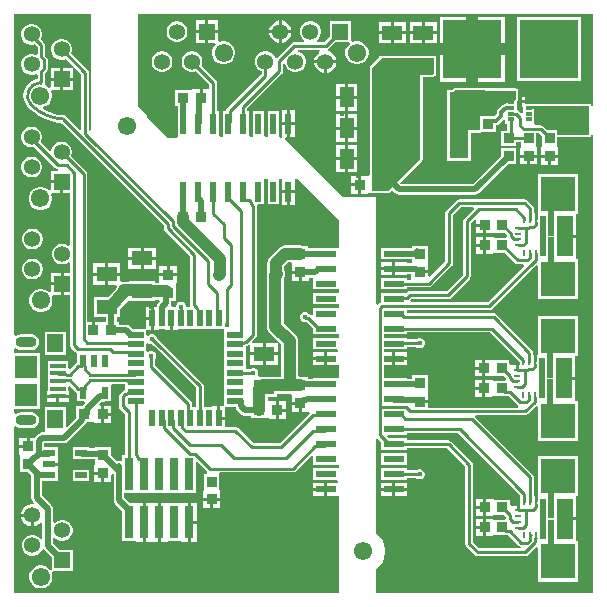
<source format=gbr>
%TF.GenerationSoftware,Altium Limited,Altium Designer,22.9.1 (49)*%
G04 Layer_Physical_Order=1*
G04 Layer_Color=255*
%FSLAX45Y45*%
%MOMM*%
%TF.SameCoordinates,EA90029D-DDF1-4691-B258-B80E594B725E*%
%TF.FilePolarity,Positive*%
%TF.FileFunction,Copper,L1,Top,Signal*%
%TF.Part,Single*%
G01*
G75*
%TA.AperFunction,Conductor*%
%ADD10C,0.25400*%
%TA.AperFunction,SMDPad,CuDef*%
%ADD11R,1.80000X1.30000*%
%ADD12R,0.95000X0.95000*%
%ADD13R,0.60000X0.30000*%
%ADD14R,0.90000X0.90000*%
%ADD15R,1.65000X5.60000*%
%ADD16R,0.60000X1.00000*%
%TA.AperFunction,ConnectorPad*%
%ADD17R,1.35000X0.40000*%
%ADD18R,1.40000X1.60000*%
%TA.AperFunction,SMDPad,CuDef*%
%ADD19R,1.90000X1.90000*%
%ADD20R,0.95000X0.95000*%
%ADD21R,0.55000X1.45000*%
%ADD22R,1.45000X0.55000*%
%ADD23R,1.75000X0.60000*%
%ADD24R,3.00000X3.00000*%
%TA.AperFunction,SMDPad,SMDef*%
%ADD25R,0.25000X0.60000*%
%ADD26R,0.50000X3.50000*%
%ADD27R,0.50000X1.67500*%
%ADD28R,1.40000X3.50000*%
%ADD29R,0.60000X0.25000*%
%TA.AperFunction,SMDPad,CuDef*%
%ADD30R,0.90000X0.90000*%
%ADD31R,1.30000X1.80000*%
%ADD32R,5.00000X5.00000*%
%ADD33R,0.60000X1.75000*%
%ADD34R,0.74000X2.79000*%
%ADD35R,1.00000X0.60000*%
%TA.AperFunction,Conductor*%
%ADD36C,0.30000*%
%ADD37C,0.50000*%
%ADD38C,1.00000*%
%ADD39C,0.26000*%
%TA.AperFunction,ComponentPad*%
%ADD40O,1.80000X0.90000*%
%ADD41R,1.35800X1.35800*%
%ADD42C,1.35800*%
%ADD43C,1.55000*%
%ADD44R,1.35800X1.35800*%
%TA.AperFunction,WasherPad*%
%ADD45C,1.55000*%
%TA.AperFunction,ViaPad*%
%ADD46C,0.45000*%
G36*
X9350000Y8173446D02*
X9335000Y8171969D01*
X9333840Y8177804D01*
X9329419Y8184419D01*
X9322804Y8188840D01*
X9315830Y8190227D01*
Y8192728D01*
X9315000Y8190392D01*
X8852075D01*
X8852056Y8190388D01*
X8818162D01*
X8816204Y8189999D01*
X8772675D01*
X8772500Y8190421D01*
Y8192296D01*
X8746675D01*
Y8164596D01*
X8752075D01*
Y8112995D01*
X8738217Y8107255D01*
X8719198Y8126274D01*
X8708382Y8133501D01*
X8702078Y8134755D01*
Y8202554D01*
X8704696Y8204508D01*
X8705687Y8205608D01*
X8706919Y8206431D01*
X8708326Y8208537D01*
X8710022Y8210419D01*
X8710517Y8211815D01*
X8711340Y8213047D01*
X8711834Y8215530D01*
X8712680Y8217918D01*
X8712603Y8219398D01*
X8712892Y8220850D01*
Y8300000D01*
X8712124Y8303860D01*
X8711374Y8307720D01*
X8711349Y8307758D01*
X8711340Y8307804D01*
X8709159Y8311068D01*
X8706983Y8314355D01*
X8706945Y8314381D01*
X8706919Y8314419D01*
X8703663Y8316595D01*
X8700387Y8318805D01*
X8700342Y8318814D01*
X8700304Y8318840D01*
X8696452Y8319606D01*
X8692591Y8320392D01*
X8182121Y8322661D01*
X8181967Y8322631D01*
X8181812Y8322660D01*
X8178063Y8321872D01*
X8174311Y8321143D01*
X8174179Y8321056D01*
X8174025Y8321024D01*
X8170876Y8318870D01*
X8167676Y8316752D01*
X8167587Y8316621D01*
X8167458Y8316533D01*
X8158042Y8306913D01*
X8113303D01*
Y8254455D01*
X8112911Y8252485D01*
Y7962500D01*
X8113303Y7960530D01*
Y7706913D01*
X8318303D01*
Y7942108D01*
X8391227D01*
X8399031Y7943660D01*
X8403400Y7946580D01*
X8526227D01*
Y8008998D01*
X8526763D01*
X8540419Y8011714D01*
X8551997Y8019450D01*
X8587078Y8054532D01*
X8602078Y8048318D01*
Y8019999D01*
X8618738D01*
Y7959574D01*
X8569156D01*
Y7829574D01*
X8699156D01*
Y7861228D01*
X8739580D01*
Y7829972D01*
X8739580Y7829569D01*
X8738608Y7814972D01*
X8734180D01*
Y7757272D01*
X8804580D01*
X8874980D01*
Y7814972D01*
X8870552D01*
X8869580Y7829569D01*
X8869580Y7829972D01*
Y7938928D01*
X8890997D01*
X8912502Y7917423D01*
Y7829973D01*
X8912502Y7829573D01*
X8911539Y7814972D01*
X8907102D01*
Y7754772D01*
X9052902D01*
Y7814972D01*
X9048466D01*
X9047503Y7829573D01*
X9047502Y7829973D01*
Y7906526D01*
X9315000D01*
X9322804Y7908079D01*
X9329419Y7912499D01*
X9333840Y7919115D01*
X9335000Y7924949D01*
X9350000Y7923472D01*
Y4050000D01*
X7510000D01*
Y4244989D01*
X7521118Y4252418D01*
X7547582Y4278882D01*
X7568376Y4310002D01*
X7582698Y4344579D01*
X7590000Y4381287D01*
Y4418714D01*
X7582698Y4455421D01*
X7568376Y4489999D01*
X7547582Y4521118D01*
X7521118Y4547582D01*
X7510000Y4555011D01*
Y5346985D01*
X7525000Y5353199D01*
X7555003Y5323195D01*
Y5254074D01*
X7770003D01*
Y5270733D01*
X8112116D01*
X8266659Y5116190D01*
Y4462103D01*
X8269197Y4449344D01*
X8276425Y4438528D01*
X8348128Y4366825D01*
X8358944Y4359597D01*
X8371703Y4357059D01*
X8775687D01*
X8788446Y4359597D01*
X8799262Y4366825D01*
X8866141Y4433703D01*
X8879999Y4427963D01*
Y4143139D01*
X9219999D01*
Y4483138D01*
X9203962D01*
Y4661026D01*
X9108562D01*
Y4686426D01*
X9203962D01*
Y4864311D01*
X9220000D01*
Y5204311D01*
X8880001D01*
Y4869125D01*
X8878763D01*
Y4868731D01*
X8878559D01*
Y4813726D01*
X8853363D01*
Y4869125D01*
X8849206D01*
Y5024134D01*
X8846668Y5036893D01*
X8839441Y5047710D01*
X8352814Y5534337D01*
X8359027Y5549337D01*
X8772334D01*
X8785093Y5551875D01*
X8795910Y5559102D01*
X8865000Y5628193D01*
X8880000Y5621979D01*
Y5331687D01*
X9220000D01*
Y5671687D01*
X9196880D01*
Y5849574D01*
X9101481D01*
Y5874974D01*
X9196880D01*
Y6052861D01*
X9220000D01*
Y6392861D01*
X8880000D01*
Y6057674D01*
X8871682D01*
Y6057279D01*
X8871477D01*
Y6002274D01*
X8846282D01*
Y6057674D01*
X8842125D01*
Y6081216D01*
X8839587Y6093975D01*
X8832360Y6104791D01*
X8533576Y6403575D01*
X8522759Y6410803D01*
X8510001Y6413340D01*
X7770000D01*
Y6441359D01*
X8470337D01*
X8483096Y6443897D01*
X8493912Y6451125D01*
X8866142Y6823354D01*
X8880000Y6817614D01*
Y6533826D01*
X9220000D01*
Y6873826D01*
X9204998D01*
Y7051711D01*
X9109598D01*
Y7077111D01*
X9204998D01*
Y7255000D01*
X9220000D01*
Y7595000D01*
X8880000D01*
Y7259811D01*
X8879800D01*
Y7259416D01*
X8879595D01*
Y7204411D01*
X8854400D01*
Y7259811D01*
X8850242D01*
Y7300091D01*
X8847704Y7312850D01*
X8840477Y7323666D01*
X8795768Y7368375D01*
X8784951Y7375603D01*
X8772193Y7378141D01*
X8214800D01*
X8202041Y7375603D01*
X8191225Y7368375D01*
X8106425Y7283575D01*
X8099197Y7272759D01*
X8096659Y7260000D01*
Y6853810D01*
X7967182Y6724332D01*
X7953324Y6730072D01*
Y6752299D01*
X7880424D01*
Y6777699D01*
X7953324D01*
Y6837899D01*
X7948887D01*
X7947924Y6852500D01*
X7947924Y6852899D01*
Y6987500D01*
X7862356D01*
X7857924Y6988382D01*
X7853491Y6987500D01*
X7812924D01*
Y6965881D01*
X7770000D01*
Y6970000D01*
X7555000D01*
Y6870000D01*
X7770000D01*
Y6874118D01*
X7812924D01*
Y6853882D01*
X7812923Y6852500D01*
X7809588Y6838881D01*
X7775400D01*
Y6848400D01*
X7675200D01*
Y6793000D01*
Y6737600D01*
X7775400D01*
Y6747118D01*
X7807524D01*
Y6699340D01*
X7770000D01*
Y6716000D01*
X7555000D01*
Y6616000D01*
X7770000D01*
Y6632659D01*
X7956000D01*
X7968759Y6635197D01*
X7979575Y6642425D01*
X8153575Y6816425D01*
X8160803Y6827241D01*
X8163341Y6840000D01*
Y7246190D01*
X8228610Y7311460D01*
X8333175D01*
X8338916Y7297602D01*
X8256425Y7215111D01*
X8249197Y7204294D01*
X8246659Y7191536D01*
Y6740484D01*
X8109516Y6603341D01*
X7800000D01*
X7787241Y6600803D01*
X7776425Y6593575D01*
X7776012Y6593163D01*
X7770000Y6589000D01*
X7555000D01*
Y6506756D01*
X7548697Y6505502D01*
X7537881Y6498275D01*
X7525000Y6485394D01*
X7510000Y6491608D01*
Y7400000D01*
X7230000D01*
X6739252Y7890748D01*
X6745465Y7905748D01*
X6756801D01*
Y8005948D01*
X6714101D01*
Y7915000D01*
X6714101Y7906928D01*
X6703698Y7901965D01*
X6692501Y7911844D01*
X6692501Y7915000D01*
Y8126148D01*
X6592501D01*
Y7915000D01*
X6592501Y7911148D01*
X6587653Y7905336D01*
X6576498D01*
X6565501Y7918328D01*
Y8126148D01*
X6465501D01*
Y7915000D01*
X6465501Y7911148D01*
X6460653Y7905336D01*
X6449498D01*
X6438501Y7918328D01*
Y8126148D01*
X6421842D01*
Y8149691D01*
X6712946Y8440795D01*
X6720173Y8451611D01*
X6722711Y8464370D01*
Y8525695D01*
X6727194Y8528365D01*
X6744621Y8521285D01*
X6747090Y8512071D01*
X6758662Y8492027D01*
X6775028Y8475661D01*
X6795072Y8464089D01*
X6817427Y8458099D01*
X6840572D01*
X6862928Y8464089D01*
X6882972Y8475661D01*
X6899337Y8492027D01*
X6910909Y8512071D01*
X6916900Y8534427D01*
Y8557571D01*
X6910909Y8579927D01*
X6899337Y8599971D01*
X6882972Y8616336D01*
X6862928Y8627909D01*
X6848930Y8631659D01*
X6850905Y8646659D01*
X7033175D01*
X7035640Y8643711D01*
X7032220Y8624415D01*
X7025712Y8620658D01*
X7008341Y8603287D01*
X6996058Y8582012D01*
X6989811Y8558698D01*
X7082999D01*
X7176188D01*
X7169941Y8582012D01*
X7157658Y8603287D01*
X7140287Y8620658D01*
X7119012Y8632941D01*
X7107850Y8635932D01*
X7107482Y8636891D01*
X7106635Y8651787D01*
X7113576Y8656425D01*
X7169250Y8712099D01*
X7284521D01*
X7288856Y8701222D01*
X7289214Y8697099D01*
X7271980Y8679865D01*
X7259144Y8657633D01*
X7252500Y8632835D01*
Y8607163D01*
X7259144Y8582365D01*
X7271980Y8560133D01*
X7290133Y8541980D01*
X7312366Y8529144D01*
X7337163Y8522499D01*
X7362836D01*
X7387633Y8529144D01*
X7409866Y8541980D01*
X7428019Y8560133D01*
X7440855Y8582365D01*
X7447499Y8607163D01*
Y8632835D01*
X7440855Y8657633D01*
X7428019Y8679865D01*
X7409866Y8698018D01*
X7387633Y8710854D01*
X7362836Y8717499D01*
X7337163D01*
X7312366Y8710854D01*
X7297900Y8719823D01*
Y8887899D01*
X7122100D01*
Y8759249D01*
X7076191Y8713340D01*
X7011703D01*
X7007683Y8728340D01*
X7009972Y8729661D01*
X7026337Y8746027D01*
X7037909Y8766071D01*
X7043900Y8788427D01*
Y8811571D01*
X7037909Y8833927D01*
X7026337Y8853971D01*
X7009972Y8870336D01*
X6989928Y8881909D01*
X6967572Y8887899D01*
X6944427D01*
X6922071Y8881909D01*
X6902028Y8870336D01*
X6885662Y8853971D01*
X6874090Y8833927D01*
X6868100Y8811571D01*
Y8788427D01*
X6874090Y8766071D01*
X6885662Y8746027D01*
X6902028Y8729661D01*
X6904316Y8728340D01*
X6900296Y8713340D01*
X6820731D01*
X6807972Y8710803D01*
X6797156Y8703575D01*
X6672664Y8579084D01*
X6665544Y8579465D01*
X6655220Y8582853D01*
X6645337Y8599971D01*
X6628972Y8616336D01*
X6608928Y8627909D01*
X6586572Y8633899D01*
X6563427D01*
X6541071Y8627909D01*
X6521028Y8616336D01*
X6504662Y8599971D01*
X6493090Y8579927D01*
X6487100Y8557571D01*
Y8534427D01*
X6493090Y8512071D01*
X6504662Y8492027D01*
X6521028Y8475661D01*
X6541071Y8464089D01*
X6541660Y8463932D01*
Y8438810D01*
X6251790Y8148941D01*
X6244563Y8138124D01*
X6242181Y8126148D01*
X6211501D01*
Y7915000D01*
X6211501Y7911148D01*
X6206653Y7905336D01*
X6195498D01*
X6184501Y7918328D01*
Y8126148D01*
X6167842D01*
Y8364499D01*
X6165304Y8377258D01*
X6158077Y8388074D01*
X6034606Y8511545D01*
X6034911Y8512074D01*
X6040901Y8534430D01*
Y8557574D01*
X6034911Y8579930D01*
X6023339Y8599974D01*
X6006973Y8616339D01*
X5986929Y8627912D01*
X5964574Y8633902D01*
X5941429D01*
X5919073Y8627912D01*
X5899029Y8616339D01*
X5882664Y8599974D01*
X5871092Y8579930D01*
X5865101Y8557574D01*
Y8534430D01*
X5871092Y8512074D01*
X5882664Y8492030D01*
X5899029Y8475665D01*
X5919073Y8464092D01*
X5941429Y8458102D01*
X5964574D01*
X5986929Y8464092D01*
X5987454Y8464395D01*
X6101161Y8350689D01*
Y8309471D01*
X6042700D01*
Y8236571D01*
X6017300D01*
Y8309471D01*
X5957100D01*
Y8305035D01*
X5942499Y8304072D01*
X5942100Y8304071D01*
X5807499D01*
Y8169071D01*
X5831869D01*
Y8126148D01*
X5830501D01*
Y7915000D01*
X5830501Y7911148D01*
X5821202Y7900000D01*
X5750000D01*
X5574297Y8075703D01*
X5568376Y8089999D01*
X5547583Y8121118D01*
X5521118Y8147582D01*
X5500000Y8161693D01*
Y8950000D01*
X9350000D01*
Y8173446D01*
D02*
G37*
G36*
X8692500Y8300000D02*
Y8220850D01*
X8652078Y8190684D01*
X8637078D01*
X8637066Y8190682D01*
X8607581D01*
X8604146Y8189999D01*
X8602078D01*
Y8189587D01*
X8593925Y8187965D01*
X8582347Y8180230D01*
X8541938Y8139821D01*
X8534203Y8128244D01*
X8531486Y8114587D01*
Y8099874D01*
X8513192Y8081580D01*
X8391227D01*
Y7962500D01*
X8133303D01*
Y8252485D01*
X8182031Y8302269D01*
X8692500Y8300000D01*
D02*
G37*
G36*
X5100000Y7967199D02*
X5085000Y7959181D01*
X5083341Y7960290D01*
Y8450000D01*
X5080803Y8462759D01*
X5073576Y8473575D01*
X4931605Y8615545D01*
X4931910Y8616074D01*
X4937900Y8638430D01*
Y8661574D01*
X4931910Y8683930D01*
X4920338Y8703974D01*
X4903972Y8720339D01*
X4883929Y8731912D01*
X4861573Y8737902D01*
X4838428D01*
X4816072Y8731912D01*
X4796029Y8720339D01*
X4779663Y8703974D01*
X4768091Y8683930D01*
X4762100Y8661574D01*
Y8638430D01*
X4768091Y8616074D01*
X4779663Y8596030D01*
X4796029Y8579665D01*
X4816072Y8568092D01*
X4838428Y8562102D01*
X4861573D01*
X4883929Y8568092D01*
X4884454Y8568396D01*
X4952257Y8500592D01*
X4942334Y8489302D01*
X4862700D01*
Y8408702D01*
X4943301D01*
Y8488335D01*
X4954591Y8498259D01*
X5016660Y8436190D01*
Y7970090D01*
X5002802Y7964349D01*
X4884387Y8082764D01*
X4873571Y8089991D01*
X4862387Y8092216D01*
X4862421Y8092942D01*
X4821607Y8096154D01*
X4764438Y8109879D01*
X4710119Y8132378D01*
X4689790Y8144836D01*
X4692133Y8160993D01*
X4707634Y8165147D01*
X4729867Y8177983D01*
X4748020Y8196136D01*
X4760856Y8218368D01*
X4767500Y8243166D01*
Y8268838D01*
X4762446Y8287702D01*
X4770098Y8300569D01*
X4772942Y8302702D01*
X4837300D01*
Y8383302D01*
X4756700D01*
Y8328401D01*
X4741700Y8322188D01*
X4729867Y8334021D01*
X4711604Y8344565D01*
X4709994Y8346627D01*
X4706935Y8356306D01*
X4706462Y8362701D01*
X4709530Y8367293D01*
X4709530Y8367294D01*
X4710549Y8372416D01*
X4712068Y8380052D01*
Y8449649D01*
X4720176Y8457757D01*
X4727403Y8468573D01*
X4729941Y8481332D01*
Y8564672D01*
X4727403Y8577431D01*
X4720176Y8588247D01*
X4712068Y8596355D01*
Y8679003D01*
X4709530Y8691762D01*
X4702302Y8702579D01*
X4694863Y8710018D01*
X4694862Y8710019D01*
X4672016Y8732865D01*
X4677910Y8743074D01*
X4683900Y8765430D01*
Y8788574D01*
X4677910Y8810930D01*
X4666338Y8830974D01*
X4649972Y8847339D01*
X4629929Y8858912D01*
X4607573Y8864902D01*
X4584428D01*
X4562072Y8858912D01*
X4542029Y8847339D01*
X4525663Y8830974D01*
X4514091Y8810930D01*
X4508100Y8788574D01*
Y8765430D01*
X4514091Y8743074D01*
X4525663Y8723030D01*
X4542029Y8706665D01*
X4562072Y8695092D01*
X4584428Y8689102D01*
X4607573D01*
X4618539Y8692041D01*
X4645387Y8665193D01*
Y8610987D01*
X4632396Y8603487D01*
X4629929Y8604912D01*
X4607573Y8610902D01*
X4584428D01*
X4562072Y8604912D01*
X4542029Y8593339D01*
X4525663Y8576974D01*
X4514091Y8556930D01*
X4508100Y8534574D01*
Y8511430D01*
X4514091Y8489074D01*
X4525663Y8469030D01*
X4542029Y8452665D01*
X4562072Y8441092D01*
X4584428Y8435102D01*
X4607573D01*
X4629929Y8441092D01*
X4632396Y8442517D01*
X4645387Y8435017D01*
Y8396895D01*
X4632696Y8395224D01*
X4597934Y8380825D01*
X4568083Y8357920D01*
X4545178Y8328069D01*
X4530779Y8293307D01*
X4525868Y8256002D01*
X4530779Y8218698D01*
X4545178Y8183935D01*
X4568083Y8154085D01*
X4568287Y8154288D01*
X4568288Y8154288D01*
X4611671Y8116241D01*
X4659650Y8084183D01*
X4711403Y8058661D01*
X4766045Y8040113D01*
X4822640Y8028855D01*
X4845492Y8027357D01*
X5713559Y7159290D01*
Y7133665D01*
X5716097Y7120906D01*
X5723325Y7110090D01*
X5936659Y6896755D01*
Y6486244D01*
X5937901Y6480001D01*
X5928199Y6465001D01*
X5902500D01*
Y6478454D01*
X5896030Y6494074D01*
X5884074Y6506030D01*
X5868454Y6512500D01*
X5851546D01*
X5835926Y6506030D01*
X5823970Y6494074D01*
X5817500Y6478454D01*
Y6470401D01*
X5781011D01*
X5772978Y6485401D01*
X5775882Y6500000D01*
Y6517504D01*
X5817923D01*
Y6652504D01*
X5817923D01*
X5818898Y6667100D01*
X5823323D01*
Y6727300D01*
X5677523D01*
Y6670604D01*
X5640000D01*
Y6685000D01*
X5420000D01*
Y6680604D01*
X5380000D01*
X5361726Y6678198D01*
X5357872Y6676601D01*
X5345400Y6684935D01*
Y6732726D01*
X5242700D01*
Y6655026D01*
X5308980D01*
X5316670Y6640026D01*
X5311802Y6628274D01*
X5310862Y6621137D01*
X5240151Y6550426D01*
X5120000D01*
Y6380426D01*
X5224118D01*
Y6337500D01*
X5202500D01*
Y6337500D01*
X5187900Y6338466D01*
Y6342900D01*
X5127700D01*
Y6270000D01*
X5102300D01*
Y6342900D01*
X5068140D01*
Y7595478D01*
X5065603Y7608237D01*
X5058375Y7619053D01*
X4931606Y7745822D01*
X4931911Y7746349D01*
X4937901Y7768705D01*
Y7791849D01*
X4931911Y7814205D01*
X4920338Y7834249D01*
X4903973Y7850614D01*
X4883929Y7862186D01*
X4861573Y7868177D01*
X4838429D01*
X4816073Y7862186D01*
X4796029Y7850614D01*
X4779664Y7834249D01*
X4768091Y7814205D01*
X4762613Y7793759D01*
X4749292Y7786543D01*
X4748813Y7786345D01*
X4672017Y7863141D01*
X4677911Y7873349D01*
X4683901Y7895705D01*
Y7918849D01*
X4677911Y7941205D01*
X4666338Y7961249D01*
X4649973Y7977614D01*
X4629929Y7989186D01*
X4607573Y7995177D01*
X4584429D01*
X4562073Y7989186D01*
X4542029Y7977614D01*
X4525664Y7961249D01*
X4514091Y7941205D01*
X4508101Y7918849D01*
Y7895705D01*
X4514091Y7873349D01*
X4525664Y7853305D01*
X4542029Y7836939D01*
X4562073Y7825367D01*
X4584429Y7819377D01*
X4607573D01*
X4618542Y7822316D01*
X4797050Y7643807D01*
X4807867Y7636580D01*
X4817936Y7634577D01*
X4816459Y7619577D01*
X4756701D01*
Y7538977D01*
X4850001D01*
Y7526277D01*
X4862701D01*
Y7432977D01*
X4921259D01*
Y6992391D01*
X4920840Y6992218D01*
X4906259Y6987880D01*
X4887932Y6998461D01*
X4865576Y7004452D01*
X4842432D01*
X4820076Y6998461D01*
X4800032Y6986889D01*
X4783667Y6970524D01*
X4772094Y6950480D01*
X4766104Y6928124D01*
Y6904979D01*
X4772094Y6882624D01*
X4783667Y6862580D01*
X4800032Y6846214D01*
X4820076Y6834642D01*
X4842432Y6828652D01*
X4865576D01*
X4887932Y6834642D01*
X4906259Y6845223D01*
X4920840Y6840885D01*
X4921259Y6840712D01*
Y6755852D01*
X4866704D01*
Y6662552D01*
Y6569252D01*
X4921259D01*
Y6146015D01*
X4923797Y6133256D01*
X4931025Y6122440D01*
X4966424Y6087040D01*
X4966779Y6086803D01*
X4977925Y6077498D01*
Y6001501D01*
X4967133Y5994290D01*
X4967133Y5994289D01*
X4918858Y5946015D01*
X4905000Y5951755D01*
Y6010000D01*
X4831989D01*
X4825954Y6012500D01*
X4809047D01*
X4803011Y6010000D01*
X4730000D01*
Y5930000D01*
Y5865000D01*
Y5755400D01*
X4724600D01*
Y5722700D01*
X4817500D01*
X4910400D01*
Y5755400D01*
X4905000D01*
Y5791630D01*
X4920000Y5797843D01*
X4967133Y5750711D01*
X4967133Y5750710D01*
X4977925Y5743499D01*
Y5667502D01*
X5040941D01*
X5046681Y5653644D01*
X5032555Y5639518D01*
X5024243Y5627078D01*
X4974998D01*
Y5541511D01*
X4974117Y5537078D01*
Y5529003D01*
X4898858Y5453744D01*
X4885000Y5459484D01*
Y5620000D01*
X4705000D01*
Y5420000D01*
X4699275Y5407372D01*
X4686442D01*
X4668884Y5403879D01*
X4653999Y5393933D01*
X4624710Y5364644D01*
X4622869Y5361889D01*
X4577353D01*
Y5288989D01*
X4564653D01*
Y5276289D01*
X4491753D01*
Y5216089D01*
X4496189D01*
X4497153Y5201487D01*
X4497153D01*
Y5066488D01*
X4567266D01*
X4591268Y5042486D01*
Y4852851D01*
X4594760Y4835293D01*
X4604706Y4820408D01*
X4613192Y4811922D01*
X4606601Y4797300D01*
X4587713D01*
X4563984Y4790942D01*
X4542709Y4778659D01*
X4525338Y4761288D01*
X4513055Y4740013D01*
X4506808Y4716699D01*
X4599997D01*
Y4703999D01*
X4612697D01*
Y4610812D01*
X4636009Y4617058D01*
X4657284Y4629341D01*
X4669118Y4641175D01*
X4684118Y4634962D01*
Y4510097D01*
X4674444Y4505798D01*
X4669118Y4505188D01*
X4653969Y4520337D01*
X4633925Y4531910D01*
X4611569Y4537900D01*
X4588424D01*
X4566069Y4531910D01*
X4546025Y4520337D01*
X4529659Y4503972D01*
X4518087Y4483928D01*
X4512097Y4461572D01*
Y4438428D01*
X4518087Y4416072D01*
X4529659Y4396028D01*
X4546025Y4379663D01*
X4566069Y4368090D01*
X4588424Y4362100D01*
X4611569D01*
X4633925Y4368090D01*
X4653969Y4379663D01*
X4670334Y4396028D01*
X4680329Y4413340D01*
X4690107Y4415561D01*
X4697181Y4415120D01*
X4697557Y4414557D01*
X4766097Y4346017D01*
Y4248478D01*
X4755220Y4244143D01*
X4751097Y4243786D01*
X4733863Y4261019D01*
X4711630Y4273855D01*
X4686833Y4280500D01*
X4661161D01*
X4636363Y4273855D01*
X4614130Y4261019D01*
X4595977Y4242866D01*
X4583141Y4220634D01*
X4576497Y4195836D01*
Y4170164D01*
X4583141Y4145366D01*
X4595977Y4123134D01*
X4614130Y4104981D01*
X4636363Y4092145D01*
X4661161Y4085500D01*
X4686833D01*
X4711630Y4092145D01*
X4733863Y4104981D01*
X4752016Y4123134D01*
X4764852Y4145366D01*
X4771497Y4170164D01*
Y4195836D01*
X4764852Y4220633D01*
X4773821Y4235100D01*
X4941897D01*
Y4410900D01*
X4830986D01*
X4775881Y4466005D01*
Y4509592D01*
X4790881Y4515806D01*
X4800025Y4506663D01*
X4820069Y4495090D01*
X4842424Y4489100D01*
X4865569D01*
X4887925Y4495090D01*
X4907969Y4506663D01*
X4924334Y4523028D01*
X4935906Y4543072D01*
X4941897Y4565428D01*
Y4588572D01*
X4935906Y4610928D01*
X4924334Y4630972D01*
X4907969Y4647337D01*
X4887925Y4658910D01*
X4865569Y4664900D01*
X4842424D01*
X4820069Y4658910D01*
X4800025Y4647337D01*
X4790881Y4638194D01*
X4775881Y4644408D01*
Y4760000D01*
X4772389Y4777559D01*
X4762443Y4792444D01*
X4683031Y4871856D01*
Y4991491D01*
X4815080D01*
Y5081092D01*
X4820480D01*
Y5123791D01*
X4745080D01*
Y5149191D01*
X4820480D01*
Y5191892D01*
X4815080D01*
Y5281488D01*
X4703034D01*
Y5313196D01*
X4705447Y5315609D01*
X4871490D01*
X4889048Y5319101D01*
X4903933Y5329047D01*
X5052441Y5477555D01*
X5062146Y5492078D01*
X5109998D01*
Y5492078D01*
X5124599Y5491115D01*
Y5486678D01*
X5184799D01*
Y5559579D01*
Y5632478D01*
X5174887D01*
X5169147Y5646336D01*
X5189430Y5666620D01*
X5212922D01*
X5217356Y5667502D01*
X5267922D01*
X5267922Y5807501D01*
X5280497Y5813356D01*
X5382500D01*
Y5762259D01*
X5376197Y5761005D01*
X5365380Y5753778D01*
X5346225Y5734623D01*
X5338997Y5723806D01*
X5336459Y5711048D01*
Y5628958D01*
X5338997Y5616199D01*
X5346225Y5605383D01*
X5387660Y5563947D01*
Y5212999D01*
X5364001D01*
Y5172468D01*
X5349001Y5164038D01*
X5335247Y5166774D01*
X5317689Y5163282D01*
X5317075Y5162871D01*
X5291366Y5188580D01*
X5280401Y5195907D01*
X5264929Y5211378D01*
Y5281492D01*
X5129929D01*
Y5272369D01*
X5085077D01*
Y5281488D01*
X4945077D01*
Y5181488D01*
X5015645D01*
X5020077Y5180606D01*
X5129929D01*
Y5146492D01*
X5129929D01*
X5128966Y5131891D01*
X5124529D01*
Y5071691D01*
X5197429D01*
Y5058991D01*
X5210129D01*
Y4986091D01*
X5270329D01*
Y5047011D01*
X5285329Y5054759D01*
X5289365Y5051895D01*
Y4834754D01*
X5292858Y4817196D01*
X5302803Y4802311D01*
X5364001Y4741114D01*
Y4487000D01*
X5472838Y4487000D01*
X5485601Y4481600D01*
X5490764Y4481600D01*
X5535301D01*
Y4646500D01*
Y4811400D01*
X5490764D01*
X5485601Y4811400D01*
X5472838Y4806000D01*
X5428887Y4806000D01*
X5381128Y4853759D01*
Y4894000D01*
X5478000D01*
Y4893999D01*
X5491001D01*
Y4894000D01*
X5603001D01*
X5605001Y4894000D01*
X5618001D01*
X5620001Y4894000D01*
X5730001D01*
X5732001Y4894000D01*
X5745001D01*
X5747001Y4894000D01*
X5857001D01*
X5859001Y4894000D01*
X5872001D01*
X5874001Y4894000D01*
X5986001D01*
Y5152496D01*
X5999859Y5158236D01*
X6081670Y5076425D01*
X6083572Y5057404D01*
X6081939Y5055000D01*
X6055000D01*
Y4925403D01*
X6055000Y4925000D01*
X6054028Y4910403D01*
X6049600D01*
Y4852702D01*
X6120000D01*
X6190400D01*
Y4910403D01*
X6185972D01*
X6185000Y4925000D01*
X6185000Y4925403D01*
Y5051659D01*
X6185000Y5055000D01*
X6193064Y5066659D01*
X6810000D01*
X6822759Y5069197D01*
X6833575Y5076425D01*
X6966145Y5208995D01*
X6980003Y5203255D01*
Y5127074D01*
X7195003D01*
X7200000Y5114143D01*
Y5113004D01*
X7195003Y5100074D01*
X7185000Y5100074D01*
X6980003D01*
Y5000074D01*
X7184056D01*
X7185960Y4998235D01*
X7192830Y4985074D01*
X7189119Y4978474D01*
X7100203D01*
Y4923074D01*
Y4867674D01*
X7200000D01*
Y4050000D01*
X4450000D01*
Y5451366D01*
X4465000Y5458763D01*
X4472220Y5453223D01*
X4488032Y5446673D01*
X4505000Y5444439D01*
X4595000D01*
X4611968Y5446673D01*
X4627780Y5453223D01*
X4641358Y5463642D01*
X4651777Y5477219D01*
X4658327Y5493031D01*
X4660561Y5510000D01*
X4658327Y5526968D01*
X4651777Y5542780D01*
X4641358Y5556358D01*
X4627780Y5566777D01*
X4611968Y5573327D01*
X4595000Y5575561D01*
X4505000D01*
X4488032Y5573327D01*
X4472220Y5566777D01*
X4465000Y5561237D01*
X4450000Y5568634D01*
Y5605000D01*
X4665000D01*
Y5834999D01*
X4665000D01*
Y5845001D01*
X4665000D01*
Y6075000D01*
X4450000D01*
Y6111366D01*
X4465000Y6118763D01*
X4472220Y6113223D01*
X4488032Y6106673D01*
X4505000Y6104439D01*
X4595000D01*
X4611968Y6106673D01*
X4627780Y6113223D01*
X4641358Y6123642D01*
X4651777Y6137220D01*
X4658327Y6153032D01*
X4660561Y6170000D01*
X4658327Y6186969D01*
X4651777Y6202781D01*
X4641358Y6216358D01*
X4627780Y6226777D01*
X4611968Y6233327D01*
X4595000Y6235561D01*
X4505000D01*
X4488032Y6233327D01*
X4472220Y6226777D01*
X4465000Y6221237D01*
X4450000Y6228634D01*
Y8950000D01*
X5100000D01*
Y7967199D01*
D02*
G37*
G36*
X9315000Y7926918D02*
X9047502D01*
Y7964573D01*
X8959653D01*
X8928382Y7995844D01*
X8917566Y8003072D01*
X8904807Y8005610D01*
X8871515D01*
X8852075Y8019999D01*
Y8139996D01*
X8803106D01*
X8801198Y8144596D01*
X8818162Y8169996D01*
X8852075D01*
Y8170000D01*
X9315000D01*
Y7926918D01*
D02*
G37*
G36*
X7200000Y7200000D02*
Y6982929D01*
X7195000Y6970000D01*
X6980000D01*
Y6963633D01*
X6937072D01*
Y6983503D01*
X6895497D01*
X6889593Y6985949D01*
X6871320Y6988355D01*
X6737751D01*
X6719478Y6985949D01*
X6702449Y6978896D01*
X6687827Y6967675D01*
X6611497Y6891346D01*
X6600277Y6876723D01*
X6593224Y6859695D01*
X6590818Y6841421D01*
Y6758579D01*
X6591330Y6754688D01*
X6589396Y6740000D01*
Y6300000D01*
X6591802Y6281727D01*
X6598855Y6264698D01*
X6610075Y6250076D01*
X6709396Y6150755D01*
Y5875604D01*
X6552929D01*
X6548341Y5875000D01*
X6517197D01*
X6510213Y5890000D01*
X6514997Y5901549D01*
Y5918456D01*
X6508526Y5934077D01*
X6496571Y5946032D01*
X6480950Y5952502D01*
X6464043D01*
X6448423Y5946032D01*
X6445734Y5943343D01*
X6412502D01*
Y6022502D01*
Y6137745D01*
X6418806Y6138999D01*
X6429622Y6146226D01*
X6432529Y6149133D01*
X6447529Y6142920D01*
Y6082700D01*
X6550229D01*
Y6160399D01*
X6465008D01*
X6458795Y6175399D01*
X6493575Y6210180D01*
X6500803Y6220996D01*
X6503341Y6233755D01*
Y7325404D01*
X6512157Y7336148D01*
X6565501D01*
Y7550000D01*
X6592501D01*
Y7336148D01*
X6692501D01*
Y7550000D01*
X6714101D01*
Y7456348D01*
X6769501D01*
X6824901D01*
Y7550000D01*
X6850000D01*
X7200000Y7200000D01*
D02*
G37*
G36*
X8361277Y7206064D02*
Y7173362D01*
X8431678D01*
Y7160662D01*
X8444378D01*
Y7090262D01*
X8502077D01*
Y7094690D01*
X8516675Y7095662D01*
Y7095662D01*
X8599524D01*
X8616555Y7078631D01*
Y7066793D01*
X8605753Y7055238D01*
X8517072D01*
X8516674Y7055238D01*
X8502072Y7056198D01*
Y7060638D01*
X8444372D01*
Y6990238D01*
Y6919838D01*
X8502072D01*
Y6924279D01*
X8516674Y6925238D01*
X8517072Y6925238D01*
X8599524D01*
X8686626Y6838136D01*
X8697442Y6830909D01*
X8710201Y6828371D01*
X8757260D01*
X8763000Y6814513D01*
X8456527Y6508040D01*
X7805709D01*
X7804478Y6509643D01*
X7800191Y6523040D01*
X7813810Y6536660D01*
X8123326D01*
X8136085Y6539197D01*
X8146901Y6546425D01*
X8303575Y6703099D01*
X8310803Y6713915D01*
X8313340Y6726674D01*
Y7177726D01*
X8347419Y7211804D01*
X8361277Y7206064D01*
D02*
G37*
G36*
X5679510Y6514396D02*
X5667556Y6502442D01*
X5657610Y6487557D01*
X5654197Y6470401D01*
X5630199D01*
Y6372501D01*
Y6274601D01*
X5670399D01*
Y6280001D01*
X5724599D01*
Y6274601D01*
X5764799D01*
Y6372501D01*
X5790199D01*
Y6274601D01*
X5830399D01*
Y6280001D01*
X6213537D01*
X6225382Y6277881D01*
X6227502Y6266036D01*
Y6182502D01*
Y6102502D01*
Y6022502D01*
Y5942502D01*
Y5862503D01*
Y5782503D01*
Y5702503D01*
Y5625399D01*
X6190203D01*
Y5540199D01*
X6230403D01*
Y5622503D01*
X6318069D01*
X6322285Y5621664D01*
X6325113Y5607446D01*
X6335059Y5592561D01*
X6365487Y5562133D01*
X6380372Y5552187D01*
X6397930Y5548695D01*
X6452930D01*
Y5527076D01*
X6500471D01*
X6502156Y5526378D01*
X6520430Y5523972D01*
X6538703Y5526378D01*
X6540388Y5527076D01*
X6587530D01*
X6587930Y5527076D01*
X6602531Y5526113D01*
Y5521676D01*
X6662731D01*
Y5594577D01*
Y5667476D01*
X6608533D01*
X6602531Y5667477D01*
X6593533Y5678749D01*
Y5705000D01*
X6672928D01*
Y5734396D01*
X6785403D01*
X6796675Y5725397D01*
Y5665196D01*
X6869575D01*
Y5652496D01*
X6882275D01*
Y5579597D01*
X6941233D01*
X6950962Y5568112D01*
X6696190Y5313341D01*
X6473810D01*
X6343575Y5443575D01*
X6332759Y5450803D01*
X6320000Y5453341D01*
X6230403D01*
Y5514799D01*
X6177503D01*
Y5527499D01*
X6164803D01*
Y5625399D01*
X6124603D01*
Y5619999D01*
X6050844D01*
Y5800367D01*
X6048306Y5813125D01*
X6041079Y5823942D01*
X5675615Y6189406D01*
X5664798Y6196633D01*
X5661747Y6197240D01*
X5653938Y6205048D01*
X5648530Y6218106D01*
X5636574Y6230062D01*
X5620954Y6236532D01*
X5604046D01*
X5588426Y6230062D01*
X5582500Y6224136D01*
X5567500Y6230349D01*
Y6274601D01*
X5604799D01*
Y6359801D01*
X5564599D01*
Y6277502D01*
X5449884D01*
X5424943Y6302443D01*
X5410058Y6312389D01*
X5392500Y6315881D01*
X5337500D01*
Y6337500D01*
X5315881D01*
Y6380426D01*
X5340000D01*
Y6450577D01*
X5408986Y6519563D01*
X5420001Y6515000D01*
Y6515000D01*
X5640000D01*
Y6529396D01*
X5674683D01*
X5679510Y6514396D01*
D02*
G37*
G36*
X6796672Y6833902D02*
X6796672D01*
Y6773702D01*
X6869572D01*
Y6761002D01*
X6882272D01*
Y6688102D01*
X6942472D01*
Y6715121D01*
X6980000D01*
Y6616000D01*
X7195000D01*
X7200000Y6603071D01*
Y6601929D01*
X7195000Y6589000D01*
X7185000Y6589000D01*
X6980000D01*
Y6489000D01*
X7185000D01*
X7195000Y6489000D01*
X7200000Y6476071D01*
Y6474929D01*
X7195000Y6462000D01*
X7185000Y6462000D01*
X6980000D01*
Y6401748D01*
X6966142Y6396008D01*
X6962326Y6399825D01*
X6951509Y6407052D01*
X6940951Y6409152D01*
X6934074Y6416030D01*
X6918454Y6422500D01*
X6901546D01*
X6885926Y6416030D01*
X6873970Y6404074D01*
X6867500Y6388454D01*
Y6371546D01*
X6873970Y6355926D01*
X6885926Y6343970D01*
X6901546Y6337500D01*
X6918454D01*
X6926865Y6340984D01*
X6980000Y6287849D01*
Y6235000D01*
X7185000D01*
X7195000Y6235000D01*
X7200000Y6222071D01*
Y6220929D01*
X7195000Y6208000D01*
X7185000Y6208000D01*
X6980000D01*
Y6108000D01*
X7184055D01*
X7185961Y6106159D01*
X7192830Y6093000D01*
X7189119Y6086400D01*
X7100200D01*
Y6031000D01*
Y5975600D01*
X7200000D01*
Y5875004D01*
X7195003Y5862074D01*
X6980003D01*
Y5859419D01*
X6937075D01*
Y5874998D01*
X6889534D01*
X6887849Y5875696D01*
X6869575Y5878102D01*
X6865604Y5877579D01*
X6850604Y5890733D01*
Y6180000D01*
X6848198Y6198274D01*
X6841145Y6215302D01*
X6829924Y6229925D01*
X6730604Y6329245D01*
Y6713993D01*
X6731145Y6714698D01*
X6738198Y6731726D01*
X6740604Y6750000D01*
X6738198Y6768273D01*
X6732025Y6783176D01*
Y6812176D01*
X6766996Y6847147D01*
X6792434D01*
X6796672Y6833902D01*
D02*
G37*
G36*
X8725641Y6005564D02*
Y6002274D01*
X8726482Y5998047D01*
Y5975175D01*
X8719180D01*
Y5937275D01*
X8693780D01*
Y5975175D01*
X8651080D01*
X8638557Y5981154D01*
Y6014777D01*
X8508955D01*
X8508557Y6014777D01*
X8493954Y6015737D01*
Y6020177D01*
X8436255D01*
Y5949777D01*
Y5879377D01*
X8493954D01*
Y5883817D01*
X8508557Y5884777D01*
X8508955Y5884777D01*
X8591406D01*
X8608437Y5867746D01*
Y5863230D01*
X8609210Y5859348D01*
X8598400Y5844348D01*
X8508955D01*
X8508557Y5844348D01*
X8493954Y5845308D01*
Y5849748D01*
X8436255D01*
Y5779348D01*
Y5708948D01*
X8493954D01*
Y5713388D01*
X8508557Y5714348D01*
X8508955Y5714348D01*
X8602635D01*
X8605857Y5713707D01*
X8631654D01*
X8709362Y5635999D01*
X8716817Y5631018D01*
X8713261Y5616018D01*
X7953327D01*
Y5652299D01*
X7880427D01*
Y5677699D01*
X7953327D01*
Y5737899D01*
X7948890D01*
X7947927Y5752500D01*
X7947927D01*
Y5887500D01*
X7812927D01*
Y5861918D01*
X7770003D01*
Y5862074D01*
X7575641D01*
Y5975600D01*
X7649800D01*
Y6031000D01*
Y6086400D01*
X7575641D01*
Y6108000D01*
X7770000D01*
Y6126660D01*
X7853237D01*
X7855926Y6123970D01*
X7871546Y6117500D01*
X7888454D01*
X7904074Y6123970D01*
X7916030Y6135926D01*
X7922500Y6151546D01*
Y6168454D01*
X7916030Y6184074D01*
X7904074Y6196030D01*
X7888454Y6202500D01*
X7871546D01*
X7855926Y6196030D01*
X7853237Y6193341D01*
X7770000D01*
Y6208000D01*
X7575641D01*
Y6235000D01*
X7770000D01*
Y6251659D01*
X8479546D01*
X8725641Y6005564D01*
D02*
G37*
G36*
X5588426Y6158003D02*
X5604046Y6151533D01*
X5613153D01*
X5622430Y6142255D01*
X5633247Y6135028D01*
X5636299Y6134421D01*
X5984163Y5786556D01*
Y5619999D01*
X5956039D01*
Y5647302D01*
X5953501Y5660061D01*
X5946274Y5670877D01*
X5641684Y5975467D01*
Y6024893D01*
X5644373Y6027582D01*
X5650843Y6043203D01*
Y6060110D01*
X5644373Y6075731D01*
X5632418Y6087686D01*
X5616797Y6094156D01*
X5599890D01*
X5584270Y6087686D01*
X5582500Y6085916D01*
X5567500Y6092130D01*
Y6157715D01*
X5582500Y6163929D01*
X5588426Y6158003D01*
D02*
G37*
G36*
X8732723Y4870127D02*
Y4813725D01*
X8733563Y4809499D01*
Y4786627D01*
X8726262D01*
Y4748727D01*
X8700862D01*
Y4786627D01*
X8658162D01*
X8645638Y4792606D01*
Y4836648D01*
X8516036D01*
X8515638Y4836648D01*
X8501036Y4837608D01*
Y4842048D01*
X8443336D01*
Y4771648D01*
Y4701248D01*
X8501036D01*
Y4705688D01*
X8515638Y4706648D01*
X8516036Y4706648D01*
X8598488D01*
X8615519Y4689616D01*
Y4678342D01*
X8604024Y4666219D01*
X8516036D01*
X8515638Y4666219D01*
X8501036Y4667179D01*
Y4671619D01*
X8443336D01*
Y4601219D01*
Y4530819D01*
X8501036D01*
Y4535259D01*
X8515638Y4536219D01*
X8516036Y4536219D01*
X8609717D01*
X8612938Y4535578D01*
X8628316D01*
X8716443Y4447451D01*
X8727260Y4440223D01*
X8734715Y4438740D01*
X8733238Y4423740D01*
X8385513D01*
X8333340Y4475913D01*
Y5130000D01*
X8330803Y5142759D01*
X8323575Y5153575D01*
X8149502Y5327649D01*
X8138685Y5334876D01*
X8125926Y5337414D01*
X7770003D01*
Y5354074D01*
X7618426D01*
X7605284Y5367216D01*
X7611024Y5381074D01*
X7770003D01*
Y5397733D01*
X8205117D01*
X8732723Y4870127D01*
D02*
G37*
%LPC*%
G36*
X6173301Y8893302D02*
X6092701D01*
Y8812701D01*
X6173301D01*
Y8893302D01*
D02*
G37*
G36*
X6067301D02*
X5986701D01*
Y8812701D01*
X6067301D01*
Y8893302D01*
D02*
G37*
G36*
X6714699Y8893187D02*
Y8812698D01*
X6795188D01*
X6788941Y8836012D01*
X6776658Y8857287D01*
X6759287Y8874658D01*
X6738012Y8886941D01*
X6714699Y8893187D01*
D02*
G37*
G36*
X6689299Y8893187D02*
X6665987Y8886941D01*
X6644712Y8874658D01*
X6627341Y8857287D01*
X6615058Y8836012D01*
X6608811Y8812698D01*
X6689299D01*
Y8893187D01*
D02*
G37*
G36*
X8025823Y8880400D02*
X7923124D01*
Y8802700D01*
X8025823D01*
Y8880400D01*
D02*
G37*
G36*
X7897724D02*
X7795024D01*
Y8802700D01*
X7897724D01*
Y8880400D01*
D02*
G37*
G36*
X7765402D02*
X7662702D01*
Y8802700D01*
X7765402D01*
Y8880400D01*
D02*
G37*
G36*
X7637302D02*
X7534603D01*
Y8802700D01*
X7637302D01*
Y8880400D01*
D02*
G37*
G36*
X5837574Y8887902D02*
X5814429D01*
X5792073Y8881912D01*
X5772029Y8870339D01*
X5755664Y8853974D01*
X5744092Y8833930D01*
X5738101Y8811574D01*
Y8788430D01*
X5744092Y8766074D01*
X5755664Y8746030D01*
X5772029Y8729665D01*
X5792073Y8718092D01*
X5814429Y8712102D01*
X5837574D01*
X5859929Y8718092D01*
X5879973Y8729665D01*
X5896339Y8746030D01*
X5907911Y8766074D01*
X5913901Y8788430D01*
Y8811574D01*
X5907911Y8833930D01*
X5896339Y8853974D01*
X5879973Y8870339D01*
X5859929Y8881912D01*
X5837574Y8887902D01*
D02*
G37*
G36*
X6689299Y8787298D02*
X6608811D01*
X6615058Y8763986D01*
X6627341Y8742711D01*
X6644712Y8725340D01*
X6665987Y8713057D01*
X6689299Y8706811D01*
Y8787298D01*
D02*
G37*
G36*
X6795188D02*
X6714699D01*
Y8706810D01*
X6738012Y8713057D01*
X6759287Y8725340D01*
X6776658Y8742711D01*
X6788941Y8763986D01*
X6795188Y8787298D01*
D02*
G37*
G36*
X6067301Y8787301D02*
X5986701D01*
Y8706702D01*
X6067301D01*
Y8787301D01*
D02*
G37*
G36*
X8600402Y8925400D02*
X8375002D01*
Y8700000D01*
X8600402D01*
Y8925400D01*
D02*
G37*
G36*
X8275002D02*
X8049602D01*
Y8700000D01*
X8275002D01*
Y8925400D01*
D02*
G37*
G36*
X8025823Y8777300D02*
X7923124D01*
Y8699600D01*
X8025823D01*
Y8777300D01*
D02*
G37*
G36*
X7897724D02*
X7795024D01*
Y8699600D01*
X7897724D01*
Y8777300D01*
D02*
G37*
G36*
X7765402D02*
X7662702D01*
Y8699600D01*
X7765402D01*
Y8777300D01*
D02*
G37*
G36*
X7637302D02*
X7534603D01*
Y8699600D01*
X7637302D01*
Y8777300D01*
D02*
G37*
G36*
X8000680Y8595483D02*
X8000678Y8595482D01*
X8000676Y8595483D01*
X7559996Y8595392D01*
X7558030Y8595001D01*
X7540003D01*
Y8583841D01*
X7463081Y8506919D01*
X7458660Y8500304D01*
X7457108Y8492500D01*
Y7582143D01*
X7445400Y7574195D01*
X7442108Y7574195D01*
X7385200D01*
Y7501295D01*
Y7428395D01*
X7445400D01*
Y7432831D01*
X7460001Y7433794D01*
X7460400Y7433795D01*
X7469495D01*
X7469696Y7433660D01*
X7477500Y7432108D01*
X7615377D01*
X7623181Y7433660D01*
X7629796Y7438081D01*
X7647165Y7455449D01*
X7672557Y7430057D01*
X7687442Y7420111D01*
X7705000Y7416618D01*
X8352079D01*
X8369637Y7420111D01*
X8384522Y7430057D01*
X8634042Y7679577D01*
X8699156D01*
Y7809577D01*
X8569156D01*
Y7744463D01*
X8333074Y7508381D01*
X7724005D01*
X7712051Y7520335D01*
X7898629Y7706913D01*
X7903302D01*
Y7712273D01*
X7906340Y7716819D01*
X7907892Y7724623D01*
Y8414608D01*
X7990000D01*
X7997804Y8416160D01*
X8004419Y8420581D01*
X8004420Y8420581D01*
X8008839Y8425001D01*
X8020423D01*
Y8442420D01*
X8021072Y8445680D01*
Y8575091D01*
X8021071Y8575093D01*
X8021072Y8575095D01*
X8020423Y8578352D01*
Y8595001D01*
X8003104D01*
X8000680Y8595483D01*
D02*
G37*
G36*
X6173301Y8787301D02*
X6092701D01*
Y8706702D01*
X6147602D01*
X6153815Y8691702D01*
X6141982Y8679868D01*
X6129146Y8657636D01*
X6122501Y8632838D01*
Y8607166D01*
X6129146Y8582368D01*
X6141982Y8560136D01*
X6160135Y8541983D01*
X6182368Y8529147D01*
X6207165Y8522502D01*
X6232837D01*
X6257635Y8529147D01*
X6279868Y8541983D01*
X6298021Y8560136D01*
X6310857Y8582368D01*
X6317501Y8607166D01*
Y8632838D01*
X6310857Y8657636D01*
X6298021Y8679868D01*
X6279868Y8698021D01*
X6257635Y8710857D01*
X6232837Y8717502D01*
X6207165D01*
X6188302Y8712447D01*
X6175435Y8720100D01*
X6173301Y8722943D01*
Y8787301D01*
D02*
G37*
G36*
X5710574Y8633902D02*
X5687429D01*
X5665073Y8627912D01*
X5645029Y8616339D01*
X5628664Y8599974D01*
X5617092Y8579930D01*
X5611101Y8557574D01*
Y8534430D01*
X5617092Y8512074D01*
X5628664Y8492030D01*
X5645029Y8475665D01*
X5665073Y8464092D01*
X5687429Y8458102D01*
X5710574D01*
X5732929Y8464092D01*
X5752973Y8475665D01*
X5769339Y8492030D01*
X5780911Y8512074D01*
X5786901Y8534430D01*
Y8557574D01*
X5780911Y8579930D01*
X5769339Y8599974D01*
X5752973Y8616339D01*
X5732929Y8627912D01*
X5710574Y8633902D01*
D02*
G37*
G36*
X7070299Y8533298D02*
X6989811D01*
X6996058Y8509986D01*
X7008341Y8488711D01*
X7025712Y8471340D01*
X7046987Y8459057D01*
X7070299Y8452811D01*
Y8533298D01*
D02*
G37*
G36*
X7176188D02*
X7095699D01*
Y8452810D01*
X7119012Y8459057D01*
X7140287Y8471340D01*
X7157658Y8488711D01*
X7169941Y8509986D01*
X7176188Y8533298D01*
D02*
G37*
G36*
X9244999Y8920000D02*
X8704999D01*
Y8380001D01*
X9244999D01*
Y8920000D01*
D02*
G37*
G36*
X8600402Y8600001D02*
X8375002D01*
Y8374600D01*
X8600402D01*
Y8600001D01*
D02*
G37*
G36*
X8275002D02*
X8049602D01*
Y8374600D01*
X8275002D01*
Y8600001D01*
D02*
G37*
G36*
X7353276Y8357974D02*
X7275576D01*
Y8255274D01*
X7353276D01*
Y8357974D01*
D02*
G37*
G36*
X7250176D02*
X7172476D01*
Y8255274D01*
X7250176D01*
Y8357974D01*
D02*
G37*
G36*
X8772500Y8245396D02*
X8746675D01*
Y8217696D01*
X8772500D01*
Y8245396D01*
D02*
G37*
G36*
X7353276Y8229874D02*
X7275576D01*
Y8127174D01*
X7353276D01*
Y8229874D01*
D02*
G37*
G36*
X7250176D02*
X7172476D01*
Y8127174D01*
X7250176D01*
Y8229874D01*
D02*
G37*
G36*
X6824901Y8131548D02*
X6782201D01*
Y8031348D01*
X6824901D01*
Y8131548D01*
D02*
G37*
G36*
X6756801D02*
X6714101D01*
Y8031348D01*
X6756801D01*
Y8131548D01*
D02*
G37*
G36*
X7353276Y8097548D02*
X7275576D01*
Y7994848D01*
X7353276D01*
Y8097548D01*
D02*
G37*
G36*
X7250176D02*
X7172476D01*
Y7994848D01*
X7250176D01*
Y8097548D01*
D02*
G37*
G36*
X6824901Y8005948D02*
X6782201D01*
Y7905748D01*
X6824901D01*
Y8005948D01*
D02*
G37*
G36*
X7353276Y7969448D02*
X7275576D01*
Y7866748D01*
X7353276D01*
Y7969448D01*
D02*
G37*
G36*
X7250176D02*
X7172476D01*
Y7866748D01*
X7250176D01*
Y7969448D01*
D02*
G37*
G36*
X7353276Y7837122D02*
X7275576D01*
Y7734422D01*
X7353276D01*
Y7837122D01*
D02*
G37*
G36*
X7250176D02*
X7172476D01*
Y7734422D01*
X7250176D01*
Y7837122D01*
D02*
G37*
G36*
X8874980Y7731872D02*
X8817280D01*
Y7674172D01*
X8874980D01*
Y7731872D01*
D02*
G37*
G36*
X8791880D02*
X8734180D01*
Y7674172D01*
X8791880D01*
Y7731872D01*
D02*
G37*
G36*
X9052902Y7729372D02*
X8992702D01*
Y7669172D01*
X9052902D01*
Y7729372D01*
D02*
G37*
G36*
X8967302D02*
X8907102D01*
Y7669172D01*
X8967302D01*
Y7729372D01*
D02*
G37*
G36*
X7353276Y7709022D02*
X7275576D01*
Y7606322D01*
X7353276D01*
Y7709022D01*
D02*
G37*
G36*
X7250176D02*
X7172476D01*
Y7606322D01*
X7250176D01*
Y7709022D01*
D02*
G37*
G36*
X7359800Y7574195D02*
X7299600D01*
Y7513995D01*
X7359800D01*
Y7574195D01*
D02*
G37*
G36*
Y7488595D02*
X7299600D01*
Y7428395D01*
X7359800D01*
Y7488595D01*
D02*
G37*
G36*
X7649800Y6848400D02*
X7549600D01*
Y6805700D01*
X7649800D01*
Y6848400D01*
D02*
G37*
G36*
Y6780300D02*
X7549600D01*
Y6737600D01*
X7649800D01*
Y6780300D01*
D02*
G37*
G36*
X7770003Y5227074D02*
X7555003D01*
Y5127074D01*
X7770003D01*
Y5227074D01*
D02*
G37*
G36*
Y5100074D02*
X7555003D01*
Y5000074D01*
X7770003D01*
Y5016660D01*
X7853237D01*
X7855926Y5013970D01*
X7871546Y5007500D01*
X7888454D01*
X7904074Y5013970D01*
X7916030Y5025926D01*
X7922500Y5041546D01*
Y5058454D01*
X7916030Y5074074D01*
X7904074Y5086030D01*
X7888454Y5092500D01*
X7871546D01*
X7855926Y5086030D01*
X7853237Y5083341D01*
X7770003D01*
Y5100074D01*
D02*
G37*
G36*
X7775403Y4978474D02*
X7675203D01*
Y4935774D01*
X7775403D01*
Y4978474D01*
D02*
G37*
G36*
X7649803D02*
X7549603D01*
Y4935774D01*
X7649803D01*
Y4978474D01*
D02*
G37*
G36*
X7775403Y4910374D02*
X7675203D01*
Y4867674D01*
X7775403D01*
Y4910374D01*
D02*
G37*
G36*
X7649803D02*
X7549603D01*
Y4867674D01*
X7649803D01*
Y4910374D01*
D02*
G37*
%LPD*%
G36*
X8000680Y8445680D02*
X7990000Y8435000D01*
X7887500D01*
Y7724623D01*
X7615377Y7452500D01*
X7477500D01*
Y8492500D01*
X7560000Y8575000D01*
X8000680Y8575091D01*
Y8445680D01*
D02*
G37*
%LPC*%
G36*
X4837300Y8489302D02*
X4756700D01*
Y8408702D01*
X4837300D01*
Y8489302D01*
D02*
G37*
G36*
X4943301Y8383302D02*
X4862700D01*
Y8302702D01*
X4943301D01*
Y8383302D01*
D02*
G37*
G36*
X4607573Y7741177D02*
X4584429D01*
X4562073Y7735186D01*
X4542029Y7723614D01*
X4525664Y7707249D01*
X4514091Y7687205D01*
X4508101Y7664849D01*
Y7641705D01*
X4514091Y7619349D01*
X4525664Y7599305D01*
X4542029Y7582939D01*
X4562073Y7571367D01*
X4584429Y7565377D01*
X4607573D01*
X4629929Y7571367D01*
X4649973Y7582939D01*
X4666338Y7599305D01*
X4677911Y7619349D01*
X4683901Y7641705D01*
Y7664849D01*
X4677911Y7687205D01*
X4666338Y7707249D01*
X4649973Y7723614D01*
X4629929Y7735186D01*
X4607573Y7741177D01*
D02*
G37*
G36*
X4837301Y7513577D02*
X4756701D01*
Y7458676D01*
X4741701Y7452463D01*
X4729867Y7464296D01*
X4707635Y7477132D01*
X4682837Y7483777D01*
X4657165D01*
X4632367Y7477132D01*
X4610135Y7464296D01*
X4591982Y7446143D01*
X4579146Y7423910D01*
X4572501Y7399113D01*
Y7373441D01*
X4579146Y7348643D01*
X4591982Y7326411D01*
X4610135Y7308257D01*
X4632367Y7295422D01*
X4657165Y7288777D01*
X4682837D01*
X4707635Y7295422D01*
X4729867Y7308257D01*
X4748020Y7326411D01*
X4760856Y7348643D01*
X4767501Y7373441D01*
Y7399113D01*
X4762446Y7417977D01*
X4770099Y7430843D01*
X4772942Y7432977D01*
X4837301D01*
Y7513577D01*
D02*
G37*
G36*
X4611576Y7131452D02*
X4588432D01*
X4566076Y7125461D01*
X4546032Y7113889D01*
X4529667Y7097524D01*
X4518094Y7077480D01*
X4512104Y7055124D01*
Y7031979D01*
X4518094Y7009624D01*
X4529667Y6989580D01*
X4546032Y6973214D01*
X4566076Y6961642D01*
X4588432Y6955652D01*
X4611576D01*
X4633932Y6961642D01*
X4653976Y6973214D01*
X4670341Y6989580D01*
X4681914Y7009624D01*
X4687904Y7031979D01*
Y7055124D01*
X4681914Y7077480D01*
X4670341Y7097524D01*
X4653976Y7113889D01*
X4633932Y7125461D01*
X4611576Y7131452D01*
D02*
G37*
G36*
X5645400Y6970399D02*
X5542700D01*
Y6892699D01*
X5645400D01*
Y6970399D01*
D02*
G37*
G36*
X5517300D02*
X5414600D01*
Y6892699D01*
X5517300D01*
Y6970399D01*
D02*
G37*
G36*
X5645400Y6867299D02*
X5542700D01*
Y6789600D01*
X5645400D01*
Y6867299D01*
D02*
G37*
G36*
X5517300D02*
X5414600D01*
Y6789600D01*
X5517300D01*
Y6867299D01*
D02*
G37*
G36*
X5345400Y6835826D02*
X5242700D01*
Y6758126D01*
X5345400D01*
Y6835826D01*
D02*
G37*
G36*
X5217300D02*
X5114600D01*
Y6758126D01*
X5217300D01*
Y6835826D01*
D02*
G37*
G36*
X5823323Y6812900D02*
X5763123D01*
Y6752700D01*
X5823323D01*
Y6812900D01*
D02*
G37*
G36*
X5737723D02*
X5677523D01*
Y6752700D01*
X5737723D01*
Y6812900D01*
D02*
G37*
G36*
X4611576Y6877452D02*
X4588432D01*
X4566076Y6871461D01*
X4546032Y6859889D01*
X4529667Y6843524D01*
X4518094Y6823480D01*
X4512104Y6801124D01*
Y6777979D01*
X4518094Y6755624D01*
X4529667Y6735580D01*
X4546032Y6719214D01*
X4566076Y6707642D01*
X4588432Y6701652D01*
X4611576D01*
X4633932Y6707642D01*
X4653976Y6719214D01*
X4670341Y6735580D01*
X4681914Y6755624D01*
X4687904Y6777979D01*
Y6801124D01*
X4681914Y6823480D01*
X4670341Y6843524D01*
X4653976Y6859889D01*
X4633932Y6871461D01*
X4611576Y6877452D01*
D02*
G37*
G36*
X4841304Y6755852D02*
X4760704D01*
Y6675252D01*
X4841304D01*
Y6755852D01*
D02*
G37*
G36*
X5217300Y6732726D02*
X5114600D01*
Y6655026D01*
X5217300D01*
Y6732726D01*
D02*
G37*
G36*
X4841304Y6649852D02*
X4760704D01*
Y6594951D01*
X4745704Y6588737D01*
X4733870Y6600571D01*
X4711638Y6613407D01*
X4686840Y6620052D01*
X4661168D01*
X4636370Y6613407D01*
X4614138Y6600571D01*
X4595985Y6582418D01*
X4583149Y6560185D01*
X4576504Y6535388D01*
Y6509715D01*
X4583149Y6484918D01*
X4595985Y6462685D01*
X4614138Y6444532D01*
X4636370Y6431696D01*
X4661168Y6425052D01*
X4686840D01*
X4711638Y6431696D01*
X4733870Y6444532D01*
X4752024Y6462685D01*
X4764859Y6484918D01*
X4771504Y6509715D01*
Y6535388D01*
X4766449Y6554251D01*
X4774102Y6567118D01*
X4776945Y6569252D01*
X4841304D01*
Y6649852D01*
D02*
G37*
G36*
X4885000Y6260000D02*
X4705000D01*
Y6060000D01*
X4885000D01*
Y6260000D01*
D02*
G37*
G36*
X4910400Y5697300D02*
X4830200D01*
Y5664600D01*
X4910400D01*
Y5697300D01*
D02*
G37*
G36*
X4804800D02*
X4724600D01*
Y5664600D01*
X4804800D01*
Y5697300D01*
D02*
G37*
G36*
X5270399Y5632478D02*
X5210199D01*
Y5572279D01*
X5270399D01*
Y5632478D01*
D02*
G37*
G36*
Y5546879D02*
X5210199D01*
Y5486678D01*
X5270399D01*
Y5546879D01*
D02*
G37*
G36*
X4551953Y5361889D02*
X4491753D01*
Y5301689D01*
X4551953D01*
Y5361889D01*
D02*
G37*
G36*
X5085077Y5091491D02*
X4945077D01*
Y4991491D01*
X5085077D01*
Y5091491D01*
D02*
G37*
G36*
X5184729Y5046291D02*
X5124529D01*
Y4986091D01*
X5184729D01*
Y5046291D01*
D02*
G37*
G36*
X7074803Y4978474D02*
X6974603D01*
Y4935774D01*
X7074803D01*
Y4978474D01*
D02*
G37*
G36*
Y4910374D02*
X6974603D01*
Y4867674D01*
X7074803D01*
Y4910374D01*
D02*
G37*
G36*
X5737401Y4811400D02*
X5732238Y4811400D01*
X5687701D01*
Y4646500D01*
Y4481600D01*
X5732237D01*
X5737401Y4481600D01*
X5750164Y4487000D01*
X5752401Y4487000D01*
X5853838Y4487000D01*
X5866601Y4481600D01*
X5871764Y4481600D01*
X5916301D01*
Y4646500D01*
Y4811400D01*
X5871764D01*
X5866601Y4811400D01*
X5853838Y4806000D01*
X5851601Y4806000D01*
X5750164Y4806000D01*
X5737401Y4811400D01*
D02*
G37*
G36*
X5612601D02*
X5597601Y4811400D01*
X5560701D01*
Y4646500D01*
Y4481600D01*
X5597601D01*
X5610401Y4481600D01*
X5625401Y4481600D01*
X5662301D01*
Y4646500D01*
Y4811400D01*
X5625401D01*
X5612601Y4811400D01*
D02*
G37*
G36*
X6190400Y4827302D02*
X6132700D01*
Y4769603D01*
X6190400D01*
Y4827302D01*
D02*
G37*
G36*
X6107300D02*
X6049600D01*
Y4769603D01*
X6107300D01*
Y4827302D01*
D02*
G37*
G36*
X5941701Y4811400D02*
Y4659200D01*
X5991401D01*
Y4811400D01*
X5941701D01*
D02*
G37*
G36*
X4587297Y4691299D02*
X4506808D01*
X4513055Y4667987D01*
X4525338Y4646712D01*
X4542709Y4629341D01*
X4563984Y4617058D01*
X4587297Y4610812D01*
Y4691299D01*
D02*
G37*
G36*
X5991401Y4633800D02*
X5941701D01*
Y4481600D01*
X5991401D01*
Y4633800D01*
D02*
G37*
G36*
X6824901Y7430948D02*
X6782201D01*
Y7330748D01*
X6824901D01*
Y7430948D01*
D02*
G37*
G36*
X6756801D02*
X6714101D01*
Y7330748D01*
X6756801D01*
Y7430948D01*
D02*
G37*
G36*
X6678329Y6160399D02*
X6575629D01*
Y6082700D01*
X6678329D01*
Y6160399D01*
D02*
G37*
G36*
Y6057300D02*
X6575629D01*
Y5979600D01*
X6678329D01*
Y6057300D01*
D02*
G37*
G36*
X6550229D02*
X6447529D01*
Y5979600D01*
X6550229D01*
Y6057300D01*
D02*
G37*
G36*
X8418978Y7147962D02*
X8361277D01*
Y7090262D01*
X8418978D01*
Y7147962D01*
D02*
G37*
G36*
X8418972Y7060638D02*
X8361272D01*
Y7002938D01*
X8418972D01*
Y7060638D01*
D02*
G37*
G36*
Y6977538D02*
X8361272D01*
Y6919838D01*
X8418972D01*
Y6977538D01*
D02*
G37*
G36*
X5604799Y6470401D02*
X5564599D01*
Y6385201D01*
X5604799D01*
Y6470401D01*
D02*
G37*
G36*
X6688131Y5667476D02*
Y5607277D01*
X6748331D01*
Y5667476D01*
X6688131D01*
D02*
G37*
G36*
X6856875Y5639796D02*
X6796675D01*
Y5579597D01*
X6856875D01*
Y5639796D01*
D02*
G37*
G36*
X6748331Y5581877D02*
X6688131D01*
Y5521676D01*
X6748331D01*
Y5581877D01*
D02*
G37*
G36*
X6856872Y6748302D02*
X6796672D01*
Y6688102D01*
X6856872D01*
Y6748302D01*
D02*
G37*
G36*
X7074800Y6086400D02*
X6974600D01*
Y6043700D01*
X7074800D01*
Y6086400D01*
D02*
G37*
G36*
Y6018300D02*
X6974600D01*
Y5975600D01*
X7074800D01*
Y6018300D01*
D02*
G37*
G36*
X7775400Y6086400D02*
X7675200D01*
Y6043700D01*
X7775400D01*
Y6086400D01*
D02*
G37*
G36*
Y6018300D02*
X7675200D01*
Y5975600D01*
X7775400D01*
Y6018300D01*
D02*
G37*
G36*
X8410855Y6020177D02*
X8353154D01*
Y5962477D01*
X8410855D01*
Y6020177D01*
D02*
G37*
G36*
Y5937077D02*
X8353154D01*
Y5879377D01*
X8410855D01*
Y5937077D01*
D02*
G37*
G36*
Y5849748D02*
X8353154D01*
Y5792048D01*
X8410855D01*
Y5849748D01*
D02*
G37*
G36*
Y5766648D02*
X8353154D01*
Y5708948D01*
X8410855D01*
Y5766648D01*
D02*
G37*
G36*
X8417936Y4842048D02*
X8360236D01*
Y4784348D01*
X8417936D01*
Y4842048D01*
D02*
G37*
G36*
Y4758948D02*
X8360236D01*
Y4701248D01*
X8417936D01*
Y4758948D01*
D02*
G37*
G36*
Y4671619D02*
X8360236D01*
Y4613919D01*
X8417936D01*
Y4671619D01*
D02*
G37*
G36*
Y4588519D02*
X8360236D01*
Y4530819D01*
X8417936D01*
Y4588519D01*
D02*
G37*
%LPD*%
D10*
X4592077Y8178079D02*
G03*
X4860812Y8059188I288143J288143D01*
G01*
X4664752Y8366077D02*
G03*
X4592077Y8178079I5248J-110075D01*
G01*
X4671228Y8372552D02*
G03*
X4671288Y8372612I-17901J18020D01*
G01*
X8652078Y7926874D02*
Y8054999D01*
Y7926874D02*
X8666456D01*
X8695623Y8102699D02*
X8733227Y8065095D01*
Y7998849D02*
Y8065095D01*
X8652078Y8104996D02*
X8654376Y8102699D01*
X8695623D01*
X8733227Y7998849D02*
X8759807Y7972269D01*
X8904807D01*
X8980002Y7897073D01*
X8634156Y7894574D02*
X8666456Y7926874D01*
X8371703Y4390400D02*
X8775687D01*
X8300000Y4462103D02*
X8371703Y4390400D01*
X8775687D02*
X8861265Y4475978D01*
X8300000Y4462103D02*
Y5130000D01*
X8634161Y7894569D02*
X8804580D01*
X8280000Y6726674D02*
Y7191536D01*
X8383302Y7294838D01*
X8772193Y7344800D02*
X8816902Y7300091D01*
X8383302Y7294838D02*
X8693773D01*
X8130000Y7260000D02*
X8214800Y7344800D01*
X8772193D01*
X8130000Y6840000D02*
Y7260000D01*
X8816902Y7204611D02*
Y7300091D01*
Y7204611D02*
X8817102Y7204411D01*
X5858749Y6373752D02*
Y6468749D01*
X5860000Y6470000D01*
X5857499Y6372501D02*
X5858749Y6373752D01*
X4850000Y7780278D02*
X5034800Y7595478D01*
Y6194881D02*
Y7595478D01*
Y6194881D02*
X5064879Y6164802D01*
X6090000Y6663045D02*
Y6854770D01*
X5792300Y7152470D02*
X6090000Y6854770D01*
X5792300Y7152470D02*
Y7191906D01*
X5746900Y7133665D02*
Y7173100D01*
Y7133665D02*
X5970000Y6910565D01*
X5050000Y7934205D02*
X5792300Y7191906D01*
X4860812Y8059188D02*
X5746900Y7173100D01*
X5970000Y6486244D02*
Y6910565D01*
X5050000Y7934205D02*
Y8450000D01*
X6100000Y5490000D02*
Y5525002D01*
X6097503Y5527499D02*
X6100000Y5525002D01*
X5872299Y5446454D02*
X5898752Y5420000D01*
X6320000D01*
X6460000Y5280000D01*
X6938750Y6376250D02*
X7030500Y6284500D01*
X6910000Y6380000D02*
X6913750Y6376250D01*
X7030500Y6284500D02*
X7087500D01*
X6913750Y6376250D02*
X6938750D01*
X6250000Y6623044D02*
X6280000Y6653044D01*
X6220000Y7055761D02*
X6280000Y6995761D01*
Y6653044D02*
Y6995761D01*
X6452801Y7342603D02*
X6470000Y7325405D01*
X6437922Y7372488D02*
X6452801Y7357609D01*
X6405801Y7372488D02*
X6437922D01*
X6388501Y7389788D02*
X6405801Y7372488D01*
X6452801Y7342603D02*
Y7357609D01*
X6470000Y6233755D02*
Y7325405D01*
X6406047Y6169802D02*
X6470000Y6233755D01*
X6388501Y7389788D02*
Y7443648D01*
X5608344Y5961657D02*
Y6051656D01*
Y5961657D02*
X5922698Y5647302D01*
Y5542299D02*
Y5647302D01*
X5652039Y6165830D02*
X6017503Y5800367D01*
Y5527499D02*
Y5800367D01*
X4954600Y6146015D02*
X4990000Y6110615D01*
X4954600Y6146015D02*
Y7603722D01*
X4890940Y7667382D02*
X4954600Y7603722D01*
X4820626Y7667382D02*
X4890940D01*
X4596000Y7892008D02*
X4820626Y7667382D01*
X4596000Y7892008D02*
Y7907278D01*
X5064879Y6164802D02*
X5460200D01*
X4671288Y8686442D02*
X4678727Y8679003D01*
X4671288Y8372612D02*
X4678727Y8380052D01*
X4664752Y8366077D02*
X4671228Y8372552D01*
X4678727Y8582545D02*
X4696600Y8564672D01*
Y8481332D02*
Y8564672D01*
X4678727Y8582545D02*
Y8679003D01*
Y8463459D02*
X4696600Y8481332D01*
X4596000Y8761730D02*
X4671288Y8686442D01*
X4678727Y8380052D02*
Y8463459D01*
X4596000Y8761730D02*
Y8777000D01*
X6002703Y6387301D02*
Y6442175D01*
X5997698Y6447180D02*
Y6458545D01*
X5970000Y6486244D02*
X5997698Y6458545D01*
X6002703Y6387301D02*
X6017503Y6372501D01*
X5997698Y6447180D02*
X6002703Y6442175D01*
X6134501Y7255499D02*
X6220000Y7170000D01*
Y7055761D02*
Y7170000D01*
X6134501Y7255499D02*
Y7443648D01*
X6090000Y6663045D02*
X6164911Y6588134D01*
Y6385093D02*
Y6588134D01*
X6250000Y6317301D02*
Y6623044D01*
X6370000Y6244802D02*
Y7277649D01*
X6261501Y7386148D02*
X6370000Y7277649D01*
X6320002Y6230002D02*
X6355200D01*
X6370000Y6244802D01*
X5979546Y5225700D02*
X6105245Y5100000D01*
X6810000D01*
X5938753Y5300000D02*
X6200000D01*
X5792299Y5446454D02*
X5938753Y5300000D01*
X6200000D02*
X6310000Y5190000D01*
X6750000D01*
X6460000Y5280000D02*
X6710000D01*
X6750000Y5190000D02*
X6978998Y5418998D01*
X7075427D02*
X7087503Y5431074D01*
X6978998Y5418998D02*
X7075427D01*
X5933053Y5225700D02*
X5979546D01*
X6710000Y5280000D02*
X6980000Y5550000D01*
X6996774Y5286774D02*
X7070203D01*
X7087503Y5304074D01*
X6810000Y5100000D02*
X6996774Y5286774D01*
X5712299Y5446454D02*
X5933053Y5225700D01*
X7763548Y5620774D02*
X7801644Y5582677D01*
X8772334D02*
X8854184Y5664527D01*
X7801644Y5582677D02*
X8772334D01*
X7543074Y5620774D02*
X7763548D01*
X8732937Y5659574D02*
X8785026D01*
X8808784Y5683332D01*
X8645464Y5747048D02*
X8732937Y5659574D01*
X8125926Y5304074D02*
X8300000Y5130000D01*
X7621276Y5304074D02*
X8125926D01*
X8766063Y4813725D02*
Y4883937D01*
X8218927Y5431074D02*
X8766063Y4883937D01*
X7662503Y5431074D02*
X8218927D01*
X8320000Y5520000D02*
X8815866Y5024134D01*
X7758077Y5520000D02*
X8320000D01*
X8815866Y4813925D02*
Y5024134D01*
X7720000Y6412000D02*
X7752000Y6380000D01*
X8510001D02*
X8808784Y6081216D01*
X7662500Y6412000D02*
X7720000D01*
X7752000Y6380000D02*
X8510001D01*
X7956000Y6666000D02*
X8130000Y6840000D01*
X7662500Y6666000D02*
X7956000D01*
X8123326Y6570000D02*
X8280000Y6726674D01*
X7773221Y6543221D02*
X7800000Y6570000D01*
X8123326D01*
X7666722Y6543221D02*
X7773221D01*
X8808784Y6002474D02*
Y6081216D01*
X7561456Y6474700D02*
X8470337D01*
X8862502Y6866864D01*
X8493356Y6285000D02*
X8758982Y6019374D01*
X7662500Y6285000D02*
X8493356D01*
X5617804Y6194032D02*
X5646006Y6165830D01*
X5652039D01*
X5612500Y6194032D02*
X5617804D01*
X5922698Y5542299D02*
X5937498Y5527499D01*
X5475000Y5222245D02*
Y5670003D01*
X5490701Y5195179D02*
Y5206544D01*
X5505580Y5180300D02*
X5523701D01*
X5475000Y5222245D02*
X5490701Y5206544D01*
Y5195179D02*
X5505580Y5180300D01*
X5523701D02*
X5548001Y5156000D01*
Y5053500D02*
Y5156000D01*
X5369800Y5628958D02*
X5421001Y5577757D01*
Y5053500D02*
Y5577757D01*
X5400321Y5730203D02*
X5405321Y5735203D01*
X5460200D01*
X5369800Y5628958D02*
Y5711048D01*
X5388955Y5730203D01*
X5400321D01*
X6320002Y5910003D02*
X6472497D01*
X6320002Y5910002D02*
X6320002Y5910003D01*
X7087499Y6665498D02*
X7087500Y6665499D01*
Y6666000D01*
X7087499Y6411498D02*
X7087500Y6411499D01*
Y6412000D01*
X6164911Y6385093D02*
X6177503Y6372501D01*
X6389681Y6164802D02*
X6394681Y6169802D01*
X6406047D01*
X6334802Y6164802D02*
X6389681D01*
X6100000Y6330000D02*
Y6370004D01*
X6097503Y6372501D02*
X6100000Y6370004D01*
X6275365Y8125365D02*
X6575000Y8425000D01*
Y8546000D01*
X6275365Y8032512D02*
Y8125365D01*
X6388501Y8163501D02*
X6689370Y8464370D01*
Y8548639D01*
X6261501Y8018648D02*
X6275365Y8032512D01*
X6388501Y8018648D02*
Y8163501D01*
X6689370Y8548639D02*
X6820731Y8680000D01*
X7662500Y6539000D02*
X7666722Y6543221D01*
X7542300Y5620000D02*
Y6455544D01*
X7561456Y6474700D01*
X7542300Y5383049D02*
Y5620000D01*
X7543074Y5620774D01*
X8862502Y6866864D02*
Y6924415D01*
X8811263Y4533726D02*
X8820863D01*
X8792108Y4471026D02*
X8811263Y4490182D01*
X8861265Y4509923D02*
X8865864Y4514522D01*
X8861265Y4475978D02*
Y4509923D01*
X8612938Y4568919D02*
X8642126D01*
X8740019Y4471026D01*
X8792108D01*
X8811263Y4490182D02*
Y4533726D01*
X8580638Y4601219D02*
X8612938Y4568919D01*
X7720003Y5558074D02*
X7758077Y5520000D01*
X7662503Y5558074D02*
X7720003D01*
X8693773Y7294838D02*
X8767099Y7221511D01*
Y7204411D02*
Y7221511D01*
X7666515Y5050000D02*
X7880000D01*
X7664501Y6160000D02*
X7880000D01*
X8854184Y5692655D02*
X8858782Y5697252D01*
X8605857Y5747048D02*
X8645464D01*
X8858782Y5697252D02*
Y5704974D01*
X8808784Y5683332D02*
Y5722074D01*
X8854184Y5664527D02*
Y5692655D01*
X8573557Y5779348D02*
X8605857Y5747048D01*
X8808784Y5722074D02*
X8808984Y5722274D01*
X8854184Y5972654D02*
X8858782Y5977252D01*
Y5984974D01*
X8769605Y5937275D02*
X8793983D01*
X8706480D02*
X8769605D01*
Y5811656D02*
Y5937275D01*
X8854184Y5958729D02*
Y5972654D01*
X8745422Y5787473D02*
X8769605Y5811656D01*
X8866899Y7179389D02*
Y7187111D01*
X8816902Y6924212D02*
X8817102Y6924412D01*
X8772951Y7139412D02*
X8802101D01*
X8714598D02*
X8772951D01*
X8804399Y7141711D02*
X8843146D01*
X8802101Y7139412D02*
X8804399Y7141711D01*
X8772951Y7139412D02*
X8777297Y7135067D01*
Y7013368D02*
Y7135067D01*
X8581674Y7160662D02*
X8649896Y7092441D01*
Y7065372D02*
Y7092441D01*
X8843146Y7141711D02*
X8862302Y7160867D01*
Y7174792D01*
X8866899Y7179389D01*
X8581674Y6990238D02*
X8710201Y6861712D01*
X8675655Y7039613D02*
X8714398D01*
X8649896Y7065372D02*
X8675655Y7039613D01*
X8753545Y6989615D02*
X8777297Y7013368D01*
X8793144Y6861712D02*
X8816902Y6885470D01*
X8714797Y6989615D02*
X8753545D01*
X8714598Y6989415D02*
X8714797Y6989615D01*
X8714398Y7039613D02*
X8714598Y7039413D01*
X8710201Y6861712D02*
X8793144D01*
X8816902Y6885470D02*
Y6924212D01*
X8573557Y5949777D02*
X8641778Y5881556D01*
Y5863230D02*
Y5881556D01*
X8580638Y4771648D02*
X8648860Y4703426D01*
Y4674682D02*
Y4703426D01*
Y4674682D02*
X8674614Y4648927D01*
X8752503Y4598925D02*
X8776687Y4623108D01*
X8713362Y4648927D02*
X8713561Y4648727D01*
X8674614Y4648927D02*
X8713362D01*
X8758982Y6002274D02*
Y6019374D01*
X8706280Y5837475D02*
X8706480Y5837275D01*
X8667533Y5837475D02*
X8706280D01*
X8713761Y4598925D02*
X8752503D01*
X8713561Y4598725D02*
X8713761Y4598925D01*
X8793983Y5937275D02*
X8796282Y5939574D01*
X8835029D01*
X8808784Y6002474D02*
X8808984Y6002274D01*
X8835029Y5939574D02*
X8854184Y5958729D01*
X8706480Y5787273D02*
X8706680Y5787473D01*
X8745422D01*
X8865863Y4774778D02*
Y4796426D01*
X8776687Y4623108D02*
Y4748727D01*
X8839812D01*
X8815866Y4813925D02*
X8816066Y4813725D01*
X8839812Y4748727D02*
X8865863Y4774778D01*
X8641778Y5863230D02*
X8667533Y5837475D01*
X8713561Y4748727D02*
X8776687D01*
X4850000Y8650000D02*
X5050000Y8450000D01*
X6820731Y8680000D02*
X7090001D01*
X6980000Y5550000D02*
X7087503D01*
X7542300Y5383049D02*
X7621276Y5304074D01*
X6261501Y7386148D02*
Y7443648D01*
X5712299Y5446454D02*
Y5512699D01*
X5697499Y5527499D02*
X5712299Y5512699D01*
X7090001Y8680000D02*
X7210000Y8800000D01*
X6134501Y8018648D02*
Y8364499D01*
X5953000Y8546000D02*
X6134501Y8364499D01*
X5872299Y5446454D02*
Y5512699D01*
X5792299Y5446454D02*
Y5512699D01*
X5777499Y5527499D02*
X5792299Y5512699D01*
X4990000Y6110615D02*
X5258194D01*
X5284007Y6084802D02*
X5460200D01*
X5258194Y6110615D02*
X5284007Y6084802D01*
X8634156Y7894574D02*
X8634161Y7894569D01*
X5460200Y5735203D02*
X5475000Y5750003D01*
X6320002Y6150002D02*
X6334802Y6164802D01*
X5460200Y6084802D02*
X5475000Y6070002D01*
X5460200Y6164802D02*
X5475000Y6150002D01*
X5857499Y5527499D02*
X5872299Y5512699D01*
D11*
X9200430Y7991918D02*
D03*
Y8271918D02*
D03*
X5530000Y6600000D02*
D03*
Y6879999D02*
D03*
X5230000Y6745426D02*
D03*
Y6465426D02*
D03*
X7910424Y8510001D02*
D03*
Y8790000D02*
D03*
X6562929Y5790000D02*
D03*
Y6070000D02*
D03*
X7650002Y8510001D02*
D03*
Y8790000D02*
D03*
D12*
X8458727Y8169076D02*
D03*
Y8014080D02*
D03*
X8980002Y7742072D02*
D03*
Y7897073D02*
D03*
X7880427Y5664999D02*
D03*
Y5820000D02*
D03*
X7880424Y6764999D02*
D03*
Y6920000D02*
D03*
X8980000Y8260001D02*
D03*
Y8105000D02*
D03*
X6869575Y5807498D02*
D03*
Y5652497D02*
D03*
X6869572Y6916003D02*
D03*
Y6761002D02*
D03*
X4564653Y5288989D02*
D03*
Y5133988D02*
D03*
X5750423Y6585004D02*
D03*
Y6740000D02*
D03*
X5197429Y5058991D02*
D03*
Y5213992D02*
D03*
D13*
X8652078Y8204996D02*
D03*
Y8154999D02*
D03*
Y8104996D02*
D03*
Y8054999D02*
D03*
X8802075Y8204996D02*
D03*
Y8154999D02*
D03*
Y8104996D02*
D03*
Y8054999D02*
D03*
D14*
X8804580Y7744572D02*
D03*
Y7894569D02*
D03*
X8634156Y7894574D02*
D03*
Y7744577D02*
D03*
X6120000Y4990000D02*
D03*
Y4840003D02*
D03*
D15*
X8215803Y8006913D02*
D03*
X7800802D02*
D03*
D16*
X5217922Y5737502D02*
D03*
X5027925D02*
D03*
Y6007499D02*
D03*
X5122921D02*
D03*
X5217922D02*
D03*
D17*
X4817500Y5970000D02*
D03*
Y5905000D02*
D03*
Y5840000D02*
D03*
Y5775000D02*
D03*
Y5710000D02*
D03*
D18*
X4795000Y6160000D02*
D03*
Y5520000D02*
D03*
D19*
X4550000Y5960000D02*
D03*
Y5720000D02*
D03*
D20*
X5042498Y5559578D02*
D03*
X5197499D02*
D03*
X5115000Y6270000D02*
D03*
X5270000D02*
D03*
X5875000Y7225720D02*
D03*
X6030001D02*
D03*
X7527501Y7501295D02*
D03*
X7372500D02*
D03*
X6030000Y8236571D02*
D03*
X5874999D02*
D03*
X6675431Y5594576D02*
D03*
X6520430D02*
D03*
D21*
X6177503Y5527499D02*
D03*
X6097503D02*
D03*
X6017503D02*
D03*
X5937498D02*
D03*
X5857499D02*
D03*
X5777499D02*
D03*
X5697499D02*
D03*
X5617499D02*
D03*
Y6372501D02*
D03*
X5697499D02*
D03*
X5777499D02*
D03*
X5857499D02*
D03*
X5937498D02*
D03*
X6017503D02*
D03*
X6097503D02*
D03*
X6177503D02*
D03*
D22*
X5475000Y5670003D02*
D03*
Y5750003D02*
D03*
Y5830003D02*
D03*
Y5910002D02*
D03*
Y5990002D02*
D03*
Y6070002D02*
D03*
Y6150002D02*
D03*
Y6230002D02*
D03*
X6320002D02*
D03*
Y6150002D02*
D03*
Y6070002D02*
D03*
Y5990002D02*
D03*
Y5910002D02*
D03*
Y5830003D02*
D03*
Y5750003D02*
D03*
Y5670003D02*
D03*
D23*
X7087503Y5812074D02*
D03*
Y5685074D02*
D03*
Y5304074D02*
D03*
Y5177074D02*
D03*
Y5050074D02*
D03*
Y4923074D02*
D03*
X7662503Y5812074D02*
D03*
Y5685074D02*
D03*
Y5558074D02*
D03*
Y5431074D02*
D03*
Y5050074D02*
D03*
Y4923074D02*
D03*
Y5304074D02*
D03*
Y5177074D02*
D03*
X7087503Y5431074D02*
D03*
Y5558074D02*
D03*
X7087500Y6920000D02*
D03*
Y6793000D02*
D03*
Y6666000D02*
D03*
Y6539000D02*
D03*
Y6412000D02*
D03*
Y6285000D02*
D03*
Y6158000D02*
D03*
Y6031000D02*
D03*
X7662500Y6920000D02*
D03*
Y6793000D02*
D03*
Y6666000D02*
D03*
Y6539000D02*
D03*
Y6412000D02*
D03*
Y6285000D02*
D03*
Y6158000D02*
D03*
Y6031000D02*
D03*
D24*
X9049999Y4313138D02*
D03*
X9050000Y5034311D02*
D03*
X9050000Y7425000D02*
D03*
Y6703826D02*
D03*
Y5501687D02*
D03*
Y6222861D02*
D03*
D25*
X8767099Y6924412D02*
D03*
X8817101D02*
D03*
X8867099D02*
D03*
Y7204411D02*
D03*
X8817101D02*
D03*
X8767099D02*
D03*
X8758982Y6002274D02*
D03*
X8808984D02*
D03*
X8858982D02*
D03*
Y5722274D02*
D03*
X8808984D02*
D03*
X8758982D02*
D03*
X8766063Y4813725D02*
D03*
X8816066D02*
D03*
X8866063D02*
D03*
Y4533726D02*
D03*
X8816066D02*
D03*
X8766063D02*
D03*
D26*
X8924599Y7064411D02*
D03*
X8916482Y5862274D02*
D03*
X8923564Y4673726D02*
D03*
D27*
X8994602Y6973164D02*
D03*
Y7155663D02*
D03*
X8986484Y5953526D02*
D03*
Y5771022D02*
D03*
X8993566Y4764973D02*
D03*
Y4582474D02*
D03*
D28*
X9109598Y7064411D02*
D03*
X9101480Y5862274D02*
D03*
X9108562Y4673726D02*
D03*
D29*
X8714597Y7139412D02*
D03*
Y7089415D02*
D03*
Y7039413D02*
D03*
Y6989415D02*
D03*
X8706480Y5787273D02*
D03*
Y5837275D02*
D03*
Y5887273D02*
D03*
Y5937275D02*
D03*
X8713561Y4598725D02*
D03*
Y4648727D02*
D03*
Y4698724D02*
D03*
Y4748727D02*
D03*
D30*
X8581674Y6990238D02*
D03*
X8431672D02*
D03*
X8581674Y7160662D02*
D03*
X8431677D02*
D03*
X8580638Y4771648D02*
D03*
X8430636D02*
D03*
X8423554Y5949777D02*
D03*
X8573557D02*
D03*
X8423554Y5779348D02*
D03*
X8573557D02*
D03*
X8580638Y4601219D02*
D03*
X8430636D02*
D03*
D31*
X7542875Y7721722D02*
D03*
X7262876D02*
D03*
X7542875Y7982148D02*
D03*
X7262876D02*
D03*
X7542875Y8242574D02*
D03*
X7262876D02*
D03*
D32*
X8974999Y8650000D02*
D03*
X8325002D02*
D03*
D33*
X5880501Y7443648D02*
D03*
X6007501D02*
D03*
X6134501D02*
D03*
X6261501D02*
D03*
X6388501D02*
D03*
X6515501D02*
D03*
X6642501D02*
D03*
X6769501D02*
D03*
X5880501Y8018648D02*
D03*
X6007501D02*
D03*
X6134501D02*
D03*
X6261501D02*
D03*
X6388501D02*
D03*
X6515501D02*
D03*
X6642501D02*
D03*
X6769501D02*
D03*
D34*
X5548001Y5053500D02*
D03*
Y4646500D02*
D03*
X5421001Y5053500D02*
D03*
Y4646500D02*
D03*
X5929001Y5053500D02*
D03*
Y4646500D02*
D03*
X5802001Y5053500D02*
D03*
Y4646500D02*
D03*
X5675001Y5053500D02*
D03*
Y4646500D02*
D03*
D35*
X5015077Y5041491D02*
D03*
Y5231488D02*
D03*
X4745080Y5041491D02*
D03*
Y5136492D02*
D03*
Y5231488D02*
D03*
D36*
X8607581Y8154996D02*
X8637076D01*
X8489331Y8044683D02*
X8526763D01*
X8567172Y8085093D01*
X8458727Y8014080D02*
X8489331Y8044683D01*
X8567172Y8085093D02*
Y8114587D01*
X8607581Y8154996D01*
X8637078Y8154999D02*
X8652078D01*
X8637076Y8154996D02*
X8637078Y8154999D01*
D37*
X7662500Y6920000D02*
X7880424D01*
X7662499Y6919498D02*
X7662750Y6919750D01*
X7800802Y7809413D02*
Y8006913D01*
Y7809413D02*
X7858302Y7751913D01*
X7705000Y7462500D02*
X8352079D01*
X7642500Y7525000D02*
X7705000Y7462500D01*
X8352079D02*
X8634156Y7744577D01*
X6320002Y5670003D02*
X6365002D01*
X6367502Y5667503D01*
Y5625004D02*
Y5667503D01*
Y5625004D02*
X6397930Y5594576D01*
X6520430D01*
X5730000Y6500000D02*
Y6564581D01*
X5699999Y6375001D02*
Y6469999D01*
X5730000Y6500000D01*
Y6564581D02*
X5750423Y6585004D01*
X5697499Y6372501D02*
X5699999Y6375001D01*
X5230000Y6465426D02*
X5270000Y6425426D01*
X4871490Y5361490D02*
X5019998Y5509998D01*
Y5537078D02*
X5042498Y5559578D01*
X5019998Y5509998D02*
Y5537078D01*
X4686442Y5361490D02*
X4871490D01*
X5064998Y5559647D02*
Y5607074D01*
X5170425Y5712501D02*
X5212922D01*
X5064930Y5559578D02*
X5064998Y5559647D01*
Y5607074D02*
X5170425Y5712501D01*
X5217922Y5717501D02*
Y5737502D01*
X5212922Y5712501D02*
X5217922Y5717501D01*
X4637149Y4852851D02*
Y5061491D01*
Y4852851D02*
X4730000Y4760000D01*
X7880000Y6920424D02*
X7880424Y6920000D01*
X7857924Y6942500D02*
X7880000Y6920424D01*
Y5819573D02*
X7880427Y5820000D01*
X7876464Y5816037D02*
X7880000Y5819573D01*
X5877750Y8021399D02*
Y8233820D01*
Y8021399D02*
X5880501Y8018648D01*
Y8076148D01*
X6012501Y8219073D02*
X6030000Y8236571D01*
X6007501Y8018648D02*
X6012501Y8023648D01*
Y8219073D01*
X7865352Y5680074D02*
X7880427Y5664999D01*
X7662503Y5685074D02*
X7667503Y5680074D01*
X7865352D01*
X7666467Y5816037D02*
X7876464D01*
X7662503Y5812074D02*
X7666467Y5816037D01*
X7662500Y6793000D02*
X7852423D01*
X7880424Y6764999D01*
X7662503Y4923074D02*
X7667503Y4918074D01*
X8986484Y6159346D02*
X9050000Y6222861D01*
X8986484Y5953526D02*
Y6159346D01*
Y5565202D02*
X9050000Y5501687D01*
X8986484Y5565202D02*
Y5771022D01*
X8993566Y4369571D02*
Y4582474D01*
Y4369571D02*
X9049999Y4313138D01*
X8993566Y4977877D02*
X9050000Y5034311D01*
X8993566Y4764973D02*
Y4977877D01*
X9094602Y7369602D02*
X9150000Y7425000D01*
X8994602Y7155663D02*
Y7369602D01*
Y6759224D02*
Y6973164D01*
Y6759224D02*
X9050000Y6703826D01*
X7662500Y6031000D02*
X7667500Y6026000D01*
X7087503Y5685074D02*
X7103775D01*
X6925003D02*
X7087503D01*
X6922429Y5682499D02*
X6925003Y5685074D01*
X6869575Y5659999D02*
X6892075Y5682499D01*
X6922429D01*
X7044812Y5813537D02*
X7046275Y5812074D01*
X6871038Y5813537D02*
X7044812D01*
X7087503Y5812074D02*
X7103775D01*
X7046275D02*
X7087503D01*
X4730000Y4447000D02*
Y4760000D01*
Y4447000D02*
X4854000Y4323000D01*
X5335247Y4834754D02*
X5421001Y4749000D01*
X5335247Y4834754D02*
Y5120892D01*
X5258923Y5156137D02*
X5332677Y5082383D01*
X5255285Y5156137D02*
X5258923D01*
X5421001Y4646500D02*
Y4749000D01*
X5197432Y5213990D02*
X5255285Y5156137D01*
X5270000Y6270000D02*
Y6425426D01*
X5392500Y6270000D02*
X5427500Y6235000D01*
X5270000Y6270000D02*
X5392500D01*
X5427500Y6232502D02*
Y6235000D01*
Y6232502D02*
X5430000Y6230002D01*
X5475000D01*
X6320002Y5670003D02*
X6322502Y5667503D01*
X6007501Y7386148D02*
X6030001Y7363648D01*
X6007501Y7386148D02*
Y7443648D01*
X6030001Y7225720D02*
Y7363648D01*
X5875000Y7380646D02*
X5880501Y7386148D01*
Y7443648D01*
X5875000Y7225720D02*
Y7380646D01*
X6998503Y6761002D02*
X7029999Y6792498D01*
X7087499D01*
X6869572Y6761002D02*
X6998503D01*
X6871320Y6917751D02*
X7085752D01*
X7087499Y6919498D01*
X4637149Y5061491D02*
X4657150Y5041491D01*
X4564653Y5133988D02*
X4637149Y5061491D01*
X4657153Y5222849D02*
X4660792Y5226488D01*
X4627154Y5196489D02*
X4630792D01*
X4657153Y5332201D02*
X4686442Y5361490D01*
X4657153Y5222849D02*
Y5332201D01*
X4630792Y5196489D02*
X4657153Y5222849D01*
X5015077Y5231488D02*
X5020077Y5226488D01*
X5184933D01*
X4660792D02*
X4740080D01*
X4745080Y5231488D01*
X4564653Y5133988D02*
X4627154Y5196489D01*
X4657150Y5041491D02*
X4745080D01*
D38*
X6552929Y5805000D02*
X6775000D01*
X6867077D02*
X6869575Y5807498D01*
X6775000Y5805000D02*
X6867077D01*
X6522929Y5775000D02*
X6552929Y5805000D01*
X6775000D02*
X6780000Y5810000D01*
X6660000Y6300000D02*
X6780000Y6180000D01*
Y5810000D02*
Y6180000D01*
X6522929Y5597075D02*
Y5775000D01*
X6520430Y5594576D02*
X6522929Y5597075D01*
X6660000Y6300000D02*
Y6740000D01*
X5530000Y6600000D02*
X5735427D01*
X5380000Y6590426D02*
Y6610000D01*
X5230000Y6465426D02*
X5255000D01*
X5380000Y6590426D01*
X5520000Y6610000D02*
X5530000Y6600000D01*
X5380000Y6610000D02*
X5520000D01*
X6737751Y6917751D02*
X6871320D01*
X6180000Y6740000D02*
X6190000Y6750000D01*
X5875000Y7186726D02*
Y7225720D01*
Y7186726D02*
X6190000Y6871726D01*
Y6750000D02*
Y6871726D01*
X6661422Y6758579D02*
X6670000Y6750000D01*
X6661422Y6841421D02*
X6737751Y6917751D01*
X6661422Y6758579D02*
Y6841421D01*
X6660000Y6740000D02*
X6670000Y6750000D01*
D39*
X5092000Y5849500D02*
X5254160D01*
X5027925Y5757502D02*
X5044925Y5774502D01*
Y5802425D01*
X5092000Y5849500D01*
X5027925Y5737502D02*
Y5757502D01*
Y5987498D02*
X5044925Y5970498D01*
Y5942575D02*
Y5970498D01*
Y5942575D02*
X5092000Y5895500D01*
X5273214D01*
X5027925Y5987498D02*
Y6007499D01*
X4915927Y5849500D02*
X4990925Y5774502D01*
X4887231Y5849500D02*
X4915927D01*
X4990925Y5774502D02*
X5010925D01*
X5027925Y5757502D01*
X4990925Y5970498D02*
X5010925D01*
X4887231Y5895500D02*
X4915927D01*
X4990925Y5970498D01*
X5010925D02*
X5027925Y5987498D01*
X5273214Y5895500D02*
X5275711Y5893002D01*
X5400269D02*
X5402769Y5895502D01*
X5460500D01*
X5275711Y5893002D02*
X5400269D01*
X5460500Y5895502D02*
X5475000Y5910002D01*
X5256658Y5847003D02*
X5400269D01*
X5402769Y5844503D01*
X5254160Y5849500D02*
X5256658Y5847003D01*
X5460500Y5844503D02*
X5475000Y5830003D01*
X5402769Y5844503D02*
X5460500D01*
X4817500Y5905000D02*
X4824500Y5898000D01*
Y5847000D02*
X4884731D01*
X4887231Y5849500D01*
X4817500Y5840000D02*
X4824500Y5847000D01*
X4884731Y5898000D02*
X4887231Y5895500D01*
X4824500Y5898000D02*
X4884731D01*
D40*
X4550000Y6170000D02*
D03*
Y5510000D02*
D03*
D41*
X4850000Y8396002D02*
D03*
X4853997Y4323000D02*
D03*
X4850001Y7526277D02*
D03*
X4854004Y6662552D02*
D03*
D42*
X4596000Y8523002D02*
D03*
X4850000Y8650002D02*
D03*
X4596000Y8777002D02*
D03*
X5699001Y8546002D02*
D03*
X5826001Y8800002D02*
D03*
X5953001Y8546002D02*
D03*
X4599997Y4704000D02*
D03*
X4853997Y4577000D02*
D03*
X4599997Y4450000D02*
D03*
X7083000Y8545999D02*
D03*
X6956000Y8799999D02*
D03*
X6829000Y8545999D02*
D03*
X6702000Y8799999D02*
D03*
X6575000Y8545999D02*
D03*
X4596001Y7907277D02*
D03*
X4850001Y7780277D02*
D03*
X4596001Y7653277D02*
D03*
X4600004Y7043552D02*
D03*
X4854004Y6916552D02*
D03*
X4600004Y6789552D02*
D03*
D43*
X4670001Y8256002D02*
D03*
X6220001Y8620002D02*
D03*
X4673997Y4183000D02*
D03*
X7350000Y8619999D02*
D03*
X4670001Y7386277D02*
D03*
X4674004Y6522552D02*
D03*
D44*
X6080001Y8800002D02*
D03*
X7210000Y8799999D02*
D03*
D45*
X5400000Y8000000D02*
D03*
X7400000Y4400000D02*
D03*
D46*
X9225430Y7991918D02*
D03*
X9158082D02*
D03*
X7660000Y5920000D02*
D03*
X7880427Y5664999D02*
D03*
X7880424Y6764999D02*
D03*
X8759164Y7437070D02*
D03*
X6700000Y8160000D02*
D03*
X8800000Y7640000D02*
D03*
X8400000Y6220000D02*
D03*
X8843339Y5205664D02*
D03*
X8494232Y5487964D02*
D03*
X5197500Y5462500D02*
D03*
X5604799Y6470401D02*
D03*
X7130000Y7720000D02*
D03*
X9080000Y7750000D02*
D03*
X8440000Y7417500D02*
D03*
X7359800Y7574195D02*
D03*
X9167500Y8327500D02*
D03*
Y8240000D02*
D03*
X9225000Y8107500D02*
D03*
X9157500D02*
D03*
X9255000Y8327500D02*
D03*
X6560000Y6220000D02*
D03*
X6317732Y5992870D02*
D03*
X7087500Y5945000D02*
D03*
X5380000Y6610000D02*
D03*
X5230000Y6870000D02*
D03*
X5800000Y6230000D02*
D03*
X5860000Y6470000D02*
D03*
X5937498Y6372501D02*
D03*
X5750000Y6850000D02*
D03*
X4497500Y8022500D02*
D03*
X6100000Y5490000D02*
D03*
X5930000Y5160000D02*
D03*
X6820000Y6460000D02*
D03*
X6902500Y6147500D02*
D03*
X6910000Y6380000D02*
D03*
X6670000Y6750000D02*
D03*
X6180000Y6740000D02*
D03*
X5608344Y6051656D02*
D03*
X5530000Y7000000D02*
D03*
X5302500Y7295000D02*
D03*
X5850000Y5870000D02*
D03*
X4817500Y5970000D02*
D03*
X5217922Y5737502D02*
D03*
X5122921Y6007499D02*
D03*
X4817757Y5643978D02*
D03*
X9257500Y8240000D02*
D03*
X8198998Y8733134D02*
D03*
X8190000Y8600000D02*
D03*
X8400000Y8860000D02*
D03*
X8330000D02*
D03*
X8120000Y8600000D02*
D03*
X8260000D02*
D03*
X8400000D02*
D03*
X8330000D02*
D03*
X8260000Y8860000D02*
D03*
X8190000D02*
D03*
X8640000Y6540000D02*
D03*
X8850000D02*
D03*
X8635000Y5302500D02*
D03*
X8350937Y7829449D02*
D03*
X7220000Y8100000D02*
D03*
X6866615Y5543069D02*
D03*
X4563314Y5399946D02*
D03*
X5197500Y4950000D02*
D03*
X6030158Y8346124D02*
D03*
X5095807Y6367602D02*
D03*
X4820000Y6380000D02*
D03*
X6120000Y5000002D02*
D03*
X8360000Y5660000D02*
D03*
X8370000Y6540000D02*
D03*
X7500000Y7780000D02*
D03*
X7505000Y7890000D02*
D03*
X7587873Y7892151D02*
D03*
X8080000Y7830000D02*
D03*
X5877750Y8233820D02*
D03*
X9300000Y8680000D02*
D03*
X5680000Y8130000D02*
D03*
X6310000Y8360000D02*
D03*
X7130000Y8240000D02*
D03*
X7260000Y8450000D02*
D03*
X7910424Y8650000D02*
D03*
X7650002D02*
D03*
X8120000Y8860000D02*
D03*
X8080000Y8070000D02*
D03*
X7600000Y7100000D02*
D03*
X7535000Y7375000D02*
D03*
X8367105Y6804412D02*
D03*
X8850000Y6390000D02*
D03*
X8630000Y6400000D02*
D03*
X8815000Y4202500D02*
D03*
X8432500Y4877500D02*
D03*
X7855000Y4320000D02*
D03*
X8840826Y5360245D02*
D03*
X7662500Y4827500D02*
D03*
X8425000Y4465000D02*
D03*
X8470000Y5070000D02*
D03*
X4775000Y8865000D02*
D03*
X6865000Y4330000D02*
D03*
X7080000Y4800000D02*
D03*
X6237500Y4842500D02*
D03*
X5930000Y4440000D02*
D03*
X5610000D02*
D03*
X5105000Y4307500D02*
D03*
X6770000Y7270000D02*
D03*
X4570000Y6380000D02*
D03*
X5910000Y6220000D02*
D03*
X4697431Y5711490D02*
D03*
X5930000Y4850000D02*
D03*
X5460000D02*
D03*
X4855838Y5162557D02*
D03*
X5027431Y5361490D02*
D03*
X6675000Y5457500D02*
D03*
X6472497Y5910003D02*
D03*
X5612500Y6194032D02*
D03*
X6314800Y6070000D02*
D03*
X7087500Y6666000D02*
D03*
Y6539000D02*
D03*
Y6412000D02*
D03*
X6030001Y7225720D02*
D03*
X5620000Y5480000D02*
D03*
X6320000Y5750000D02*
D03*
Y5830000D02*
D03*
X6250000Y6317301D02*
D03*
X6100000Y6330000D02*
D03*
X6770000Y6760000D02*
D03*
X6640000Y8070000D02*
D03*
X7880000Y5819573D02*
D03*
Y6920424D02*
D03*
Y5050000D02*
D03*
Y6160000D02*
D03*
X9101480Y5862274D02*
D03*
X9111479Y5747701D02*
D03*
X8915879Y5731724D02*
D03*
Y5797844D02*
D03*
X8925000Y7060237D02*
D03*
X9109598Y7064411D02*
D03*
X9104601Y6938165D02*
D03*
Y7188164D02*
D03*
X8925000Y7132165D02*
D03*
Y6990234D02*
D03*
Y7200240D02*
D03*
Y6918374D02*
D03*
X8923500Y4806303D02*
D03*
X9109147Y4544574D02*
D03*
Y4794574D02*
D03*
X8923500Y4601064D02*
D03*
Y4536302D02*
D03*
X9111479Y5972702D02*
D03*
X9108562Y4673726D02*
D03*
X8923500Y4739503D02*
D03*
X8923547Y4673726D02*
D03*
X8915879Y5863383D02*
D03*
Y5925443D02*
D03*
Y5992144D02*
D03*
X6270000Y5530000D02*
D03*
X7591153Y7781724D02*
D03*
X9025000Y8450000D02*
D03*
X8925000Y8850000D02*
D03*
X9025000Y8550000D02*
D03*
X9125000D02*
D03*
X8925000D02*
D03*
X8825000Y8450000D02*
D03*
X9025000Y8650000D02*
D03*
X9125000D02*
D03*
Y8450000D02*
D03*
X8825000Y8550000D02*
D03*
X9025000Y8850000D02*
D03*
X9125000Y8750000D02*
D03*
X8825000D02*
D03*
X8925000Y8450000D02*
D03*
X8825000Y8850000D02*
D03*
X8925000Y8750000D02*
D03*
Y8650000D02*
D03*
X9025000Y8750000D02*
D03*
X8825000Y8650000D02*
D03*
X9125000Y8850000D02*
D03*
X5197432Y5221490D02*
D03*
%TF.MD5,78cc555eedb021182d0a89b4a2397943*%
M02*

</source>
